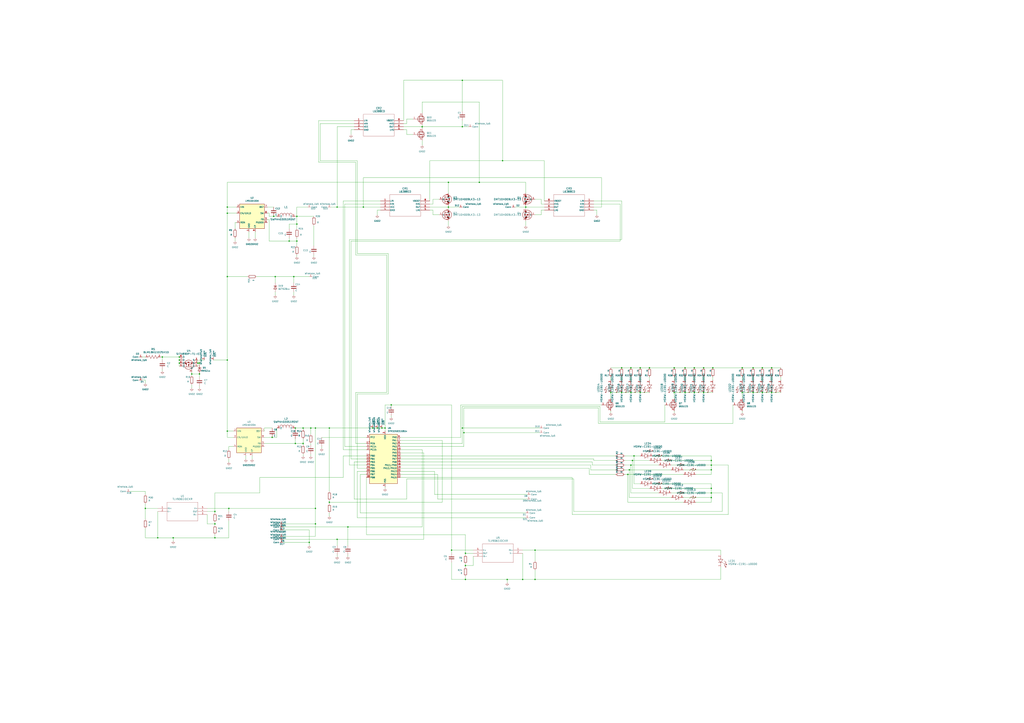
<source format=kicad_sch>
(kicad_sch (version 20230121) (generator eeschema)
  (paper "A1")
  (junction (at 142.24 441.96))
  (junction (at 518.16 302.26))
  (junction (at 431.8 170.18))
  (junction (at 525.78 302.26))
  (junction (at 237.49 198.12))
  (junction (at 393.7 149.86))
  (junction (at 259.08 351.79))
  (junction (at 577.85 322.58))
  (junction (at 243.84 177.8))
  (junction (at 633.73 302.26))
  (junction (at 298.45 170.18))
  (junction (at 379.73 66.04))
  (junction (at 163.83 307.34))
  (junction (at 584.2 378.46))
  (junction (at 259.08 417.83))
  (junction (at 368.3 170.18))
  (junction (at 243.84 184.15))
  (junction (at 429.26 476.25))
  (junction (at 562.61 302.26))
  (junction (at 242.57 351.79))
  (junction (at 518.16 322.58))
  (junction (at 633.73 322.58))
  (junction (at 306.07 351.79))
  (junction (at 618.49 302.26))
  (junction (at 119.38 417.83))
  (junction (at 255.27 351.79))
  (junction (at 515.62 389.89))
  (junction (at 186.69 227.33))
  (junction (at 553.72 322.58))
  (junction (at 510.54 302.26))
  (junction (at 187.96 417.83))
  (junction (at 626.11 322.58))
  (junction (at 176.53 430.53))
  (junction (at 186.69 354.33))
  (junction (at 313.69 351.79))
  (junction (at 270.51 412.75))
  (junction (at 382.27 454.66))
  (junction (at 609.6 322.58))
  (junction (at 346.71 104.14))
  (junction (at 525.78 322.58))
  (junction (at 242.57 364.49))
  (junction (at 276.86 443.23))
  (junction (at 412.75 132.08))
  (junction (at 186.69 295.91))
  (junction (at 379.73 351.79))
  (junction (at 501.65 322.58))
  (junction (at 626.11 302.26))
  (junction (at 516.89 386.08))
  (junction (at 518.16 382.27))
  (junction (at 147.32 295.91))
  (junction (at 243.84 198.12))
  (junction (at 585.47 302.26))
  (junction (at 157.48 307.34))
  (junction (at 562.61 322.58))
  (junction (at 176.53 441.96))
  (junction (at 129.54 441.96))
  (junction (at 368.3 149.86))
  (junction (at 270.51 351.79))
  (junction (at 533.4 302.26))
  (junction (at 439.42 476.25))
  (junction (at 248.92 351.79))
  (junction (at 259.08 430.53))
  (junction (at 309.88 351.79))
  (junction (at 382.27 476.25))
  (junction (at 520.7 374.65))
  (junction (at 226.06 227.33))
  (junction (at 519.43 378.46))
  (junction (at 186.69 175.26))
  (junction (at 285.75 433.07))
  (junction (at 162.56 298.45))
  (junction (at 584.2 405.13))
  (junction (at 510.54 322.58))
  (junction (at 370.84 452.12))
  (junction (at 570.23 302.26))
  (junction (at 254 445.77))
  (junction (at 416.56 476.25))
  (junction (at 570.23 322.58))
  (junction (at 224.79 177.8))
  (junction (at 553.72 302.26))
  (junction (at 176.53 420.37))
  (junction (at 223.52 359.41))
  (junction (at 241.3 227.33))
  (junction (at 584.2 401.32))
  (junction (at 186.69 170.18))
  (junction (at 584.2 408.94))
  (junction (at 276.86 170.18))
  (junction (at 147.32 298.45))
  (junction (at 163.83 298.45))
  (junction (at 133.35 293.37))
  (junction (at 609.6 302.26))
  (junction (at 248.92 364.49))
  (junction (at 382.27 464.82))
  (junction (at 618.49 322.58))
  (junction (at 439.42 452.12))
  (junction (at 379.73 104.14))
  (junction (at 577.85 302.26))
  (junction (at 147.32 293.37))
  (junction (at 584.2 382.27))
  (junction (at 316.23 351.79))
  (junction (at 381 355.6))
  (junction (at 584.2 386.08))
  (junction (at 321.31 332.74))
  (wire (pts (xy 259.08 351.79) (xy 259.08 417.83)))
  (wire (pts (xy 525.78 322.58) (xy 533.4 322.58)))
  (wire (pts (xy 142.24 441.96) (xy 129.54 441.96)))
  (wire (pts (xy 318.77 208.28) (xy 293.37 208.28)))
  (wire (pts (xy 281.94 374.65) (xy 300.99 374.65)))
  (wire (pts (xy 471.17 420.37) (xy 593.09 420.37)))
  (wire (pts (xy 276.86 455.93) (xy 276.86 457.2)))
  (wire (pts (xy 176.53 421.64) (xy 176.53 420.37)))
  (wire (pts (xy 316.23 332.74) (xy 316.23 351.79)))
  (wire (pts (xy 382.27 473.71) (xy 382.27 476.25)))
  (wire (pts (xy 381 355.6) (xy 443.23 355.6)))
  (wire (pts (xy 381 335.28) (xy 381 355.6)))
  (wire (pts (xy 300.99 379.73) (xy 290.83 379.73)))
  (wire (pts (xy 328.93 367.03) (xy 381 367.03)))
  (wire (pts (xy 300.99 382.27) (xy 287.02 382.27)))
  (wire (pts (xy 217.17 359.41) (xy 223.52 359.41)))
  (wire (pts (xy 243.84 195.58) (xy 243.84 198.12)))
  (wire (pts (xy 276.86 443.23) (xy 347.98 443.23)))
  (wire (pts (xy 328.93 374.65) (xy 505.46 374.65)))
  (wire (pts (xy 393.7 83.82) (xy 393.7 149.86)))
  (wire (pts (xy 227.33 359.41) (xy 223.52 359.41)))
  (wire (pts (xy 331.47 106.68) (xy 334.01 106.68)))
  (wire (pts (xy 601.98 347.98) (xy 491.49 347.98)))
  (wire (pts (xy 393.7 149.86) (xy 431.8 149.86)))
  (wire (pts (xy 224.79 177.8) (xy 227.33 177.8)))
  (wire (pts (xy 328.93 392.43) (xy 469.9 392.43)))
  (wire (pts (xy 176.53 430.53) (xy 176.53 431.8)))
  (wire (pts (xy 379.73 66.04) (xy 379.73 91.44)))
  (wire (pts (xy 334.01 410.21) (xy 334.01 393.7)))
  (wire (pts (xy 447.04 132.08) (xy 447.04 165.1)))
  (wire (pts (xy 119.38 417.83) (xy 129.54 417.83)))
  (wire (pts (xy 285.75 455.93) (xy 285.75 457.2)))
  (wire (pts (xy 241.3 240.03) (xy 241.3 242.57)))
  (wire (pts (xy 293.37 208.28) (xy 293.37 132.08)))
  (wire (pts (xy 116.84 293.37) (xy 119.38 293.37)))
  (wire (pts (xy 309.88 351.79) (xy 313.69 351.79)))
  (wire (pts (xy 276.86 170.18) (xy 298.45 170.18)))
  (wire (pts (xy 295.91 421.64) (xy 431.8 421.64)))
  (wire (pts (xy 626.11 302.26) (xy 633.73 302.26)))
  (wire (pts (xy 187.96 417.83) (xy 187.96 420.37)))
  (wire (pts (xy 513.08 382.27) (xy 518.16 382.27)))
  (wire (pts (xy 355.6 167.64) (xy 353.06 167.64)))
  (wire (pts (xy 270.51 351.79) (xy 270.51 403.86)))
  (wire (pts (xy 519.43 378.46) (xy 533.4 378.46)))
  (wire (pts (xy 186.69 354.33) (xy 191.77 354.33)))
  (wire (pts (xy 328.93 377.19) (xy 487.68 377.19)))
  (wire (pts (xy 317.5 209.55) (xy 292.1 209.55)))
  (wire (pts (xy 346.71 104.14) (xy 346.71 105.41)))
  (wire (pts (xy 300.99 369.57) (xy 281.94 369.57)))
  (wire (pts (xy 129.54 420.37) (xy 129.54 441.96)))
  (wire (pts (xy 370.84 462.28) (xy 370.84 476.25)))
  (wire (pts (xy 306.07 351.79) (xy 309.88 351.79)))
  (wire (pts (xy 543.56 401.32) (xy 584.2 401.32)))
  (wire (pts (xy 300.99 377.19) (xy 288.29 377.19)))
  (wire (pts (xy 328.93 364.49) (xy 379.73 364.49)))
  (wire (pts (xy 293.37 132.08) (xy 262.89 132.08)))
  (wire (pts (xy 331.47 99.06) (xy 331.47 66.04)))
  (wire (pts (xy 132.08 293.37) (xy 133.35 293.37)))
  (wire (pts (xy 388.62 457.2) (xy 388.62 464.82)))
  (wire (pts (xy 204.47 190.5) (xy 204.47 195.58)))
  (wire (pts (xy 288.29 106.68) (xy 288.29 110.49)))
  (wire (pts (xy 368.3 170.18) (xy 377.19 170.18)))
  (wire (pts (xy 292.1 364.49) (xy 300.99 364.49)))
  (wire (pts (xy 577.85 309.88) (xy 577.85 312.42)))
  (wire (pts (xy 187.96 441.96) (xy 176.53 441.96)))
  (wire (pts (xy 259.08 430.53) (xy 259.08 440.69)))
  (wire (pts (xy 186.69 354.33) (xy 186.69 359.41)))
  (wire (pts (xy 193.04 195.58) (xy 193.04 198.12)))
  (wire (pts (xy 591.82 452.12) (xy 439.42 452.12)))
  (wire (pts (xy 609.6 302.26) (xy 618.49 302.26)))
  (wire (pts (xy 491.49 347.98) (xy 491.49 335.28)))
  (wire (pts (xy 509.27 198.12) (xy 509.27 167.64)))
  (wire (pts (xy 626.11 309.88) (xy 626.11 312.42)))
  (wire (pts (xy 416.56 476.25) (xy 416.56 478.79)))
  (wire (pts (xy 176.53 439.42) (xy 176.53 441.96)))
  (wire (pts (xy 293.37 323.85) (xy 318.77 323.85)))
  (wire (pts (xy 106.68 403.86) (xy 119.38 403.86)))
  (wire (pts (xy 262.89 101.6) (xy 290.83 101.6)))
  (wire (pts (xy 281.94 165.1) (xy 281.94 369.57)))
  (wire (pts (xy 598.17 422.91) (xy 598.17 382.27)))
  (wire (pts (xy 290.83 410.21) (xy 334.01 410.21)))
  (wire (pts (xy 439.42 476.25) (xy 429.26 476.25)))
  (wire (pts (xy 485.14 386.08) (xy 485.14 382.27)))
  (wire (pts (xy 591.82 466.09) (xy 591.82 476.25)))
  (wire (pts (xy 429.26 454.66) (xy 429.26 476.25)))
  (wire (pts (xy 313.69 351.79) (xy 316.23 351.79)))
  (wire (pts (xy 439.42 468.63) (xy 439.42 476.25)))
  (wire (pts (xy 355.6 176.53) (xy 360.68 176.53)))
  (wire (pts (xy 254 435.61) (xy 254 445.77)))
  (wire (pts (xy 237.49 195.58) (xy 237.49 198.12)))
  (wire (pts (xy 356.87 406.4) (xy 433.07 406.4)))
  (wire (pts (xy 546.1 332.74) (xy 546.1 346.71)))
  (wire (pts (xy 520.7 374.65) (xy 520.7 397.51)))
  (wire (pts (xy 491.49 335.28) (xy 381 335.28)))
  (wire (pts (xy 119.38 403.86) (xy 119.38 406.4)))
  (wire (pts (xy 309.88 172.72) (xy 309.88 176.53)))
  (wire (pts (xy 412.75 132.08) (xy 447.04 132.08)))
  (wire (pts (xy 243.84 184.15) (xy 243.84 177.8)))
  (wire (pts (xy 259.08 351.79) (xy 270.51 351.79)))
  (wire (pts (xy 293.37 425.45) (xy 431.8 425.45)))
  (wire (pts (xy 242.57 360.68) (xy 242.57 364.49)))
  (wire (pts (xy 516.89 408.94) (xy 551.18 408.94)))
  (wire (pts (xy 209.55 190.5) (xy 209.55 195.58)))
  (wire (pts (xy 355.6 176.53) (xy 355.6 172.72)))
  (wire (pts (xy 254 445.77) (xy 254 448.31)))
  (wire (pts (xy 382.27 439.42) (xy 300.99 439.42)))
  (wire (pts (xy 285.75 433.07) (xy 346.71 433.07)))
  (wire (pts (xy 471.17 393.7) (xy 471.17 420.37)))
  (wire (pts (xy 601.98 332.74) (xy 601.98 347.98)))
  (wire (pts (xy 577.85 302.26) (xy 585.47 302.26)))
  (wire (pts (xy 220.98 180.34) (xy 219.71 180.34)))
  (wire (pts (xy 518.16 382.27) (xy 518.16 405.13)))
  (wire (pts (xy 490.22 172.72) (xy 490.22 176.53)))
  (wire (pts (xy 186.69 149.86) (xy 368.3 149.86)))
  (wire (pts (xy 293.37 425.45) (xy 293.37 387.35)))
  (wire (pts (xy 242.57 177.8) (xy 243.84 177.8)))
  (wire (pts (xy 157.48 307.34) (xy 163.83 307.34)))
  (wire (pts (xy 546.1 346.71) (xy 492.76 346.71)))
  (wire (pts (xy 187.96 367.03) (xy 187.96 369.57)))
  (wire (pts (xy 170.18 422.91) (xy 170.18 430.53)))
  (wire (pts (xy 469.9 422.91) (xy 598.17 422.91)))
  (wire (pts (xy 255.27 373.38) (xy 255.27 374.65)))
  (wire (pts (xy 487.68 167.64) (xy 509.27 167.64)))
  (wire (pts (xy 226.06 227.33) (xy 241.3 227.33)))
  (wire (pts (xy 241.3 227.33) (xy 254 227.33)))
  (wire (pts (xy 170.18 417.83) (xy 187.96 417.83)))
  (wire (pts (xy 533.4 309.88) (xy 533.4 312.42)))
  (wire (pts (xy 257.81 185.42) (xy 257.81 201.93)))
  (wire (pts (xy 487.68 378.46) (xy 505.46 378.46)))
  (wire (pts (xy 207.01 374.65) (xy 207.01 377.19)))
  (wire (pts (xy 347.98 372.11) (xy 347.98 443.23)))
  (wire (pts (xy 388.62 452.12) (xy 370.84 452.12)))
  (wire (pts (xy 533.4 302.26) (xy 553.72 302.26)))
  (wire (pts (xy 220.98 180.34) (xy 220.98 198.12)))
  (wire (pts (xy 520.7 374.65) (xy 525.78 374.65)))
  (wire (pts (xy 584.2 374.65) (xy 584.2 378.46)))
  (wire (pts (xy 255.27 364.49) (xy 255.27 365.76)))
  (wire (pts (xy 584.2 408.94) (xy 584.2 412.75)))
  (wire (pts (xy 237.49 184.15) (xy 243.84 184.15)))
  (wire (pts (xy 163.83 307.34) (xy 163.83 309.88)))
  (wire (pts (xy 187.96 377.19) (xy 187.96 379.73)))
  (wire (pts (xy 321.31 334.01) (xy 321.31 332.74)))
  (wire (pts (xy 334.01 101.6) (xy 331.47 101.6)))
  (wire (pts (xy 553.72 309.88) (xy 553.72 312.42)))
  (wire (pts (xy 505.46 386.08) (xy 485.14 386.08)))
  (wire (pts (xy 501.65 337.82) (xy 501.65 339.09)))
  (wire (pts (xy 317.5 209.55) (xy 317.5 322.58)))
  (wire (pts (xy 176.53 430.53) (xy 176.53 429.26)))
  (wire (pts (xy 370.84 332.74) (xy 321.31 332.74)))
  (wire (pts (xy 447.04 172.72) (xy 444.5 172.72)))
  (wire (pts (xy 288.29 198.12) (xy 509.27 198.12)))
  (wire (pts (xy 553.72 337.82) (xy 553.72 339.09)))
  (wire (pts (xy 194.31 175.26) (xy 186.69 175.26)))
  (wire (pts (xy 346.71 104.14) (xy 379.73 104.14)))
  (wire (pts (xy 264.16 359.41) (xy 300.99 359.41)))
  (wire (pts (xy 187.96 417.83) (xy 259.08 417.83)))
  (wire (pts (xy 593.09 420.37) (xy 593.09 405.13)))
  (wire (pts (xy 368.3 149.86) (xy 368.3 158.75)))
  (wire (pts (xy 321.31 341.63) (xy 321.31 342.9)))
  (wire (pts (xy 232.41 435.61) (xy 254 435.61)))
  (wire (pts (xy 516.89 386.08) (xy 551.18 386.08)))
  (wire (pts (xy 257.81 177.8) (xy 243.84 177.8)))
  (wire (pts (xy 486.41 382.27) (xy 486.41 379.73)))
  (wire (pts (xy 379.73 364.49) (xy 379.73 351.79)))
  (wire (pts (xy 259.08 440.69) (xy 232.41 440.69)))
  (wire (pts (xy 176.53 441.96) (xy 142.24 441.96)))
  (wire (pts (xy 119.38 426.72) (xy 119.38 417.83)))
  (wire (pts (xy 641.35 309.88) (xy 641.35 312.42)))
  (wire (pts (xy 248.92 351.79) (xy 242.57 351.79)))
  (wire (pts (xy 292.1 209.55) (xy 292.1 133.35)))
  (wire (pts (xy 515.62 389.89) (xy 561.34 389.89)))
  (wire (pts (xy 290.83 379.73) (xy 290.83 410.21)))
  (wire (pts (xy 379.73 66.04) (xy 412.75 66.04)))
  (wire (pts (xy 142.24 441.96) (xy 142.24 444.5)))
  (wire (pts (xy 257.81 209.55) (xy 257.81 210.82)))
  (wire (pts (xy 290.83 106.68) (xy 288.29 106.68)))
  (wire (pts (xy 584.2 401.32) (xy 584.2 405.13)))
  (wire (pts (xy 485.14 382.27) (xy 328.93 382.27)))
  (wire (pts (xy 431.8 170.18) (xy 422.91 170.18)))
  (wire (pts (xy 626.11 322.58) (xy 633.73 322.58)))
  (wire (pts (xy 591.82 455.93) (xy 591.82 452.12)))
  (wire (pts (xy 412.75 66.04) (xy 412.75 132.08)))
  (wire (pts (xy 248.92 360.68) (xy 248.92 364.49)))
  (wire (pts (xy 157.48 307.34) (xy 157.48 308.61)))
  (wire (pts (xy 176.53 405.13) (xy 213.36 405.13)))
  (wire (pts (xy 119.38 312.42) (xy 119.38 314.96)))
  (wire (pts (xy 186.69 170.18) (xy 186.69 175.26)))
  (wire (pts (xy 353.06 172.72) (xy 355.6 172.72)))
  (wire (pts (xy 516.89 386.08) (xy 516.89 408.94)))
  (wire (pts (xy 356.87 406.4) (xy 356.87 387.35)))
  (wire (pts (xy 379.73 104.14) (xy 384.81 104.14)))
  (wire (pts (xy 513.08 374.65) (xy 520.7 374.65)))
  (wire (pts (xy 346.71 83.82) (xy 346.71 92.71)))
  (wire (pts (xy 487.68 170.18) (xy 494.03 170.18)))
  (wire (pts (xy 494.03 146.05) (xy 298.45 146.05)))
  (wire (pts (xy 444.5 163.83) (xy 444.5 167.64)))
  (wire (pts (xy 368.3 168.91) (xy 368.3 170.18)))
  (wire (pts (xy 518.16 309.88) (xy 518.16 312.42)))
  (wire (pts (xy 147.32 298.45) (xy 147.32 300.99)))
  (wire (pts (xy 186.69 170.18) (xy 194.31 170.18)))
  (wire (pts (xy 220.98 177.8) (xy 224.79 177.8)))
  (wire (pts (xy 292.1 322.58) (xy 292.1 364.49)))
  (wire (pts (xy 312.42 172.72) (xy 309.88 172.72)))
  (wire (pts (xy 328.93 387.35) (xy 356.87 387.35)))
  (wire (pts (xy 561.34 386.08) (xy 584.2 386.08)))
  (wire (pts (xy 339.09 97.79) (xy 334.01 97.79)))
  (wire (pts (xy 237.49 187.96) (xy 237.49 184.15)))
  (wire (pts (xy 591.82 476.25) (xy 439.42 476.25)))
  (wire (pts (xy 242.57 364.49) (xy 248.92 364.49)))
  (wire (pts (xy 379.73 334.01) (xy 379.73 351.79)))
  (wire (pts (xy 287.02 382.27) (xy 287.02 196.85)))
  (wire (pts (xy 439.42 461.01) (xy 439.42 452.12)))
  (wire (pts (xy 382.27 439.42) (xy 382.27 454.66)))
  (wire (pts (xy 618.49 309.88) (xy 618.49 312.42)))
  (wire (pts (xy 431.8 170.18) (xy 431.8 171.45)))
  (wire (pts (xy 170.18 430.53) (xy 176.53 430.53)))
  (wire (pts (xy 243.84 209.55) (xy 243.84 210.82)))
  (wire (pts (xy 585.47 302.26) (xy 609.6 302.26)))
  (wire (pts (xy 494.03 170.18) (xy 494.03 146.05)))
  (wire (pts (xy 551.18 382.27) (xy 584.2 382.27)))
  (wire (pts (xy 300.99 384.81) (xy 293.37 384.81)))
  (wire (pts (xy 515.62 412.75) (xy 561.34 412.75)))
  (wire (pts (xy 570.23 302.26) (xy 577.85 302.26)))
  (wire (pts (xy 382.27 464.82) (xy 382.27 466.09)))
  (wire (pts (xy 570.23 309.88) (xy 570.23 312.42)))
  (wire (pts (xy 363.22 412.75) (xy 270.51 412.75)))
  (wire (pts (xy 316.23 400.05) (xy 316.23 401.32)))
  (wire (pts (xy 553.72 302.26) (xy 562.61 302.26)))
  (wire (pts (xy 217.17 364.49) (xy 242.57 364.49)))
  (wire (pts (xy 217.17 351.79) (xy 217.17 354.33)))
  (wire (pts (xy 618.49 322.58) (xy 626.11 322.58)))
  (wire (pts (xy 355.6 163.83) (xy 355.6 167.64)))
  (wire (pts (xy 334.01 110.49) (xy 334.01 106.68)))
  (wire (pts (xy 359.41 410.21) (xy 359.41 389.89)))
  (wire (pts (xy 439.42 452.12) (xy 429.26 452.12)))
  (wire (pts (xy 328.93 389.89) (xy 359.41 389.89)))
  (wire (pts (xy 444.5 167.64) (xy 447.04 167.64)))
  (wire (pts (xy 353.06 132.08) (xy 412.75 132.08)))
  (wire (pts (xy 270.51 412.75) (xy 270.51 414.02)))
  (wire (pts (xy 331.47 104.14) (xy 346.71 104.14)))
  (wire (pts (xy 163.83 298.45) (xy 162.56 298.45)))
  (wire (pts (xy 147.32 293.37) (xy 147.32 295.91)))
  (wire (pts (xy 379.73 99.06) (xy 379.73 104.14)))
  (wire (pts (xy 510.54 302.26) (xy 518.16 302.26)))
  (wire (pts (xy 501.65 302.26) (xy 510.54 302.26)))
  (wire (pts (xy 242.57 351.79) (xy 242.57 353.06)))
  (wire (pts (xy 416.56 476.25) (xy 429.26 476.25)))
  (wire (pts (xy 321.31 332.74) (xy 316.23 332.74)))
  (wire (pts (xy 520.7 397.51) (xy 525.78 397.51)))
  (wire (pts (xy 359.41 410.21) (xy 433.07 410.21)))
  (wire (pts (xy 293.37 384.81) (xy 293.37 323.85)))
  (wire (pts (xy 270.51 411.48) (xy 270.51 412.75)))
  (wire (pts (xy 162.56 295.91) (xy 162.56 298.45)))
  (wire (pts (xy 276.86 443.23) (xy 276.86 448.31)))
  (wire (pts (xy 295.91 421.64) (xy 295.91 389.89)))
  (wire (pts (xy 220.98 175.26) (xy 220.98 177.8)))
  (wire (pts (xy 346.71 369.57) (xy 346.71 433.07)))
  (wire (pts (xy 483.87 384.81) (xy 328.93 384.81)))
  (wire (pts (xy 562.61 302.26) (xy 570.23 302.26)))
  (wire (pts (xy 283.21 167.64) (xy 283.21 367.03)))
  (wire (pts (xy 298.45 146.05) (xy 298.45 170.18)))
  (wire (pts (xy 562.61 322.58) (xy 570.23 322.58)))
  (wire (pts (xy 213.36 392.43) (xy 281.94 392.43)))
  (wire (pts (xy 254 445.77) (xy 232.41 445.77)))
  (wire (pts (xy 525.78 309.88) (xy 525.78 312.42)))
  (wire (pts (xy 271.78 170.18) (xy 276.86 170.18)))
  (wire (pts (xy 133.35 303.53) (xy 133.35 304.8)))
  (wire (pts (xy 248.92 353.06) (xy 248.92 351.79)))
  (wire (pts (xy 157.48 316.23) (xy 157.48 318.77)))
  (wire (pts (xy 328.93 372.11) (xy 347.98 372.11)))
  (wire (pts (xy 577.85 322.58) (xy 585.47 322.58)))
  (wire (pts (xy 487.68 378.46) (xy 487.68 377.19)))
  (wire (pts (xy 505.46 389.89) (xy 483.87 389.89)))
  (wire (pts (xy 378.46 359.41) (xy 328.93 359.41)))
  (wire (pts (xy 163.83 299.72) (xy 163.83 298.45)))
  (wire (pts (xy 317.5 322.58) (xy 292.1 322.58)))
  (wire (pts (xy 368.3 170.18) (xy 368.3 171.45)))
  (wire (pts (xy 243.84 177.8) (xy 243.84 170.18)))
  (wire (pts (xy 561.34 408.94) (xy 584.2 408.94)))
  (wire (pts (xy 584.2 378.46) (xy 584.2 382.27)))
  (wire (pts (xy 505.46 382.27) (xy 486.41 382.27)))
  (wire (pts (xy 133.35 293.37) (xy 147.32 293.37)))
  (wire (pts (xy 633.73 302.26) (xy 641.35 302.26)))
  (wire (pts (xy 346.71 115.57) (xy 346.71 119.38)))
  (wire (pts (xy 633.73 322.58) (xy 641.35 322.58)))
  (wire (pts (xy 501.65 322.58) (xy 510.54 322.58)))
  (wire (pts (xy 255.27 351.79) (xy 259.08 351.79)))
  (wire (pts (xy 264.16 367.03) (xy 264.16 368.3)))
  (wire (pts (xy 492.76 334.01) (xy 379.73 334.01)))
  (wire (pts (xy 292.1 133.35) (xy 261.62 133.35)))
  (wire (pts (xy 439.42 163.83) (xy 444.5 163.83)))
  (wire (pts (xy 513.08 378.46) (xy 519.43 378.46)))
  (wire (pts (xy 293.37 387.35) (xy 300.99 387.35)))
  (wire (pts (xy 494.03 332.74) (xy 378.46 332.74)))
  (wire (pts (xy 175.26 295.91) (xy 186.69 295.91)))
  (wire (pts (xy 382.27 464.82) (xy 382.27 463.55)))
  (wire (pts (xy 346.71 102.87) (xy 346.71 104.14)))
  (wire (pts (xy 370.84 476.25) (xy 382.27 476.25)))
  (wire (pts (xy 187.96 427.99) (xy 187.96 441.96)))
  (wire (pts (xy 227.33 351.79) (xy 227.33 359.41)))
  (wire (pts (xy 226.06 240.03) (xy 226.06 242.57)))
  (wire (pts (xy 518.16 382.27) (xy 541.02 382.27)))
  (wire (pts (xy 363.22 361.95) (xy 363.22 412.75)))
  (wire (pts (xy 510.54 196.85) (xy 510.54 165.1)))
  (wire (pts (xy 510.54 165.1) (xy 487.68 165.1)))
  (wire (pts (xy 519.43 378.46) (xy 519.43 401.32)))
  (wire (pts (xy 191.77 359.41) (xy 186.69 359.41)))
  (wire (pts (xy 501.65 322.58) (xy 501.65 327.66)))
  (wire (pts (xy 609.6 309.88) (xy 609.6 312.42)))
  (wire (pts (xy 598.17 382.27) (xy 584.2 382.27)))
  (wire (pts (xy 219.71 175.26) (xy 220.98 175.26)))
  (wire (pts (xy 147.32 295.91) (xy 147.32 298.45)))
  (wire (pts (xy 388.62 454.66) (xy 382.27 454.66)))
  (wire (pts (xy 609.6 322.58) (xy 618.49 322.58)))
  (wire (pts (xy 519.43 401.32) (xy 533.4 401.32)))
  (wire (pts (xy 119.38 441.96) (xy 129.54 441.96)))
  (wire (pts (xy 283.21 367.03) (xy 300.99 367.03)))
  (wire (pts (xy 328.93 369.57) (xy 346.71 369.57)))
  (wire (pts (xy 224.79 170.18) (xy 219.71 170.18)))
  (wire (pts (xy 431.8 149.86) (xy 431.8 158.75)))
  (wire (pts (xy 226.06 227.33) (xy 226.06 232.41)))
  (wire (pts (xy 447.04 170.18) (xy 431.8 170.18)))
  (wire (pts (xy 186.69 227.33) (xy 203.2 227.33)))
  (wire (pts (xy 543.56 378.46) (xy 584.2 378.46)))
  (wire (pts (xy 618.49 302.26) (xy 626.11 302.26)))
  (wire (pts (xy 193.04 182.88) (xy 193.04 187.96)))
  (wire (pts (xy 270.51 421.64) (xy 270.51 424.18)))
  (wire (pts (xy 232.41 443.23) (xy 276.86 443.23)))
  (wire (pts (xy 551.18 405.13) (xy 584.2 405.13)))
  (wire (pts (xy 213.36 405.13) (xy 213.36 392.43)))
  (wire (pts (xy 525.78 302.26) (xy 533.4 302.26)))
  (wire (pts (xy 116.84 312.42) (xy 119.38 312.42)))
  (wire (pts (xy 633.73 309.88) (xy 633.73 312.42)))
  (wire (pts (xy 570.23 322.58) (xy 577.85 322.58)))
  (wire (pts (xy 276.86 104.14) (xy 290.83 104.14)))
  (wire (pts (xy 585.47 309.88) (xy 585.47 312.42)))
  (wire (pts (xy 431.8 181.61) (xy 431.8 185.42)))
  (wire (pts (xy 553.72 322.58) (xy 553.72 327.66)))
  (wire (pts (xy 328.93 361.95) (xy 363.22 361.95)))
  (wire (pts (xy 237.49 198.12) (xy 243.84 198.12)))
  (wire (pts (xy 535.94 397.51) (xy 584.2 397.51)))
  (wire (pts (xy 353.06 170.18) (xy 368.3 170.18)))
  (wire (pts (xy 584.2 412.75) (xy 571.5 412.75)))
  (wire (pts (xy 119.38 434.34) (xy 119.38 441.96)))
  (wire (pts (xy 201.93 374.65) (xy 201.93 377.19)))
  (wire (pts (xy 259.08 430.53) (xy 232.41 430.53)))
  (wire (pts (xy 186.69 295.91) (xy 186.69 227.33)))
  (wire (pts (xy 513.08 389.89) (xy 515.62 389.89)))
  (wire (pts (xy 210.82 227.33) (xy 226.06 227.33)))
  (wire (pts (xy 368.3 149.86) (xy 393.7 149.86)))
  (wire (pts (xy 287.02 196.85) (xy 510.54 196.85)))
  (wire (pts (xy 167.64 295.91) (xy 163.83 295.91)))
  (wire (pts (xy 312.42 165.1) (xy 281.94 165.1)))
  (wire (pts (xy 353.06 165.1) (xy 353.06 132.08)))
  (wire (pts (xy 243.84 170.18) (xy 252.73 170.18)))
  (wire (pts (xy 513.08 386.08) (xy 516.89 386.08)))
  (wire (pts (xy 469.9 392.43) (xy 469.9 422.91)))
  (wire (pts (xy 609.6 322.58) (xy 609.6 327.66)))
  (wire (pts (xy 133.35 293.37) (xy 133.35 295.91)))
  (wire (pts (xy 378.46 332.74) (xy 378.46 359.41)))
  (wire (pts (xy 518.16 405.13) (xy 541.02 405.13)))
  (wire (pts (xy 584.2 405.13) (xy 584.2 408.94)))
  (wire (pts (xy 223.52 351.79) (xy 217.17 351.79)))
  (wire (pts (xy 515.62 389.89) (xy 515.62 412.75)))
  (wire (pts (xy 593.09 405.13) (xy 584.2 405.13)))
  (wire (pts (xy 510.54 309.88) (xy 510.54 312.42)))
  (wire (pts (xy 283.21 167.64) (xy 312.42 167.64)))
  (wire (pts (xy 382.27 476.25) (xy 416.56 476.25)))
  (wire (pts (xy 220.98 198.12) (xy 237.49 198.12)))
  (wire (pts (xy 334.01 110.49) (xy 339.09 110.49)))
  (wire (pts (xy 584.2 382.27) (xy 584.2 386.08)))
  (wire (pts (xy 186.69 227.33) (xy 186.69 175.26)))
  (wire (pts (xy 483.87 389.89) (xy 483.87 384.81)))
  (wire (pts (xy 379.73 351.79) (xy 443.23 351.79)))
  (wire (pts (xy 360.68 163.83) (xy 355.6 163.83)))
  (wire (pts (xy 285.75 433.07) (xy 285.75 448.31)))
  (wire (pts (xy 298.45 170.18) (xy 312.42 170.18)))
  (wire (pts (xy 276.86 104.14) (xy 276.86 170.18)))
  (wire (pts (xy 486.41 379.73) (xy 328.93 379.73)))
  (wire (pts (xy 553.72 322.58) (xy 562.61 322.58)))
  (wire (pts (xy 584.2 389.89) (xy 571.5 389.89)))
  (wire (pts (xy 255.27 351.79) (xy 255.27 356.87)))
  (wire (pts (xy 262.89 132.08) (xy 262.89 101.6)))
  (wire (pts (xy 535.94 374.65) (xy 584.2 374.65)))
  (wire (pts (xy 381 367.03) (xy 381 355.6)))
  (wire (pts (xy 368.3 181.61) (xy 368.3 185.42)))
  (wire (pts (xy 382.27 455.93) (xy 382.27 454.66)))
  (wire (pts (xy 243.84 187.96) (xy 243.84 184.15)))
  (wire (pts (xy 191.77 367.03) (xy 187.96 367.03)))
  (wire (pts (xy 388.62 464.82) (xy 382.27 464.82)))
  (wire (pts (xy 300.99 439.42) (xy 300.99 392.43)))
  (wire (pts (xy 370.84 452.12) (xy 370.84 332.74)))
  (wire (pts (xy 163.83 317.5) (xy 163.83 318.77)))
  (wire (pts (xy 162.56 298.45) (xy 162.56 300.99)))
  (wire (pts (xy 261.62 99.06) (xy 290.83 99.06)))
  (wire (pts (xy 518.16 322.58) (xy 525.78 322.58)))
  (wire (pts (xy 370.84 452.12) (xy 370.84 454.66)))
  (wire (pts (xy 232.41 433.07) (xy 285.75 433.07)))
  (wire (pts (xy 501.65 309.88) (xy 501.65 312.42)))
  (wire (pts (xy 562.61 309.88) (xy 562.61 312.42)))
  (wire (pts (xy 281.94 392.43) (xy 281.94 374.65)))
  (wire (pts (xy 241.3 227.33) (xy 241.3 232.41)))
  (wire (pts (xy 261.62 133.35) (xy 261.62 99.06)))
  (wire (pts (xy 444.5 176.53) (xy 439.42 176.53)))
  (wire (pts (xy 176.53 405.13) (xy 176.53 420.37)))
  (wire (pts (xy 331.47 66.04) (xy 379.73 66.04)))
  (wire (pts (xy 318.77 323.85) (xy 318.77 208.28)))
  (wire (pts (xy 248.92 373.38) (xy 248.92 374.65)))
  (wire (pts (xy 186.69 295.91) (xy 186.69 354.33)))
  (wire (pts (xy 487.68 172.72) (xy 490.22 172.72)))
  (wire (pts (xy 316.23 354.33) (xy 316.23 351.79)))
  (wire (pts (xy 157.48 306.07) (xy 157.48 307.34)))
  (wire (pts (xy 163.83 295.91) (xy 163.83 298.45)))
  (wire (pts (xy 186.69 170.18) (xy 186.69 149.86)))
  (wire (pts (xy 295.91 389.89) (xy 300.99 389.89)))
  (wire (pts (xy 584.2 397.51) (xy 584.2 401.32)))
  (wire (pts (xy 334.01 97.79) (xy 334.01 101.6)))
  (wire (pts (xy 334.01 393.7) (xy 471.17 393.7)))
  (wire (pts (xy 170.18 420.37) (xy 176.53 420.37)))
  (wire (pts (xy 584.2 386.08) (xy 584.2 389.89)))
  (wire (pts (xy 431.8 168.91) (xy 431.8 170.18)))
  (wire (pts (xy 288.29 377.19) (xy 288.29 198.12)))
  (wire (pts (xy 518.16 302.26) (xy 525.78 302.26)))
  (wire (pts (xy 259.08 417.83) (xy 259.08 430.53)))
  (wire (pts (xy 609.6 337.82) (xy 609.6 339.09)))
  (wire (pts (xy 270.51 351.79) (xy 306.07 351.79)))
  (wire (pts (xy 248.92 364.49) (xy 248.92 365.76)))
  (wire (pts (xy 510.54 322.58) (xy 518.16 322.58)))
  (wire (pts (xy 194.31 182.88) (xy 193.04 182.88)))
  (wire (pts (xy 248.92 351.79) (xy 255.27 351.79)))
  (wire (pts (xy 243.84 198.12) (xy 243.84 201.93)))
  (wire (pts (xy 346.71 83.82) (xy 393.7 83.82)))
  (wire (pts (xy 119.38 414.02) (xy 119.38 417.83)))
  (wire (pts (xy 444.5 176.53) (xy 444.5 172.72)))
  (wire (pts (xy 492.76 346.71) (xy 492.76 334.01)))
  (symbol (lib_id "Device:R") (at 382.27 469.9 0) (mirror x) (unit 1)
    (property "Reference" "R24" (at 379.73 468.63 0) (effects (justify right)))
    (property "Value" "R" (at 379.73 471.17 0) (effects (justify right)))
    (property "Footprint" "Resistor_SMD:R_0402_1005Metric_Pad0.72x0.64mm_HandSolder" (effects hide))
  )
  (symbol (lib_id "power:GND2") (at 133.35 304.8 0) (unit 1)
    (property "Reference" "#PWR02" (effects hide))
    (property "Value" "GND2" (at 133.35 309.88 0))
  )
  (symbol (lib_id "Connectors_for_Wire:WireHole_1p5") (at 106.68 403.86 180) (unit 1)
    (property "Reference" "D18" (at 107.95 405.13 0) (effects (justify left)))
    (property "Value" "WireHole_1p5" (at 109.22 400.05 0) (effects (justify left)))
    (property "Footprint" "Wire_holes:WireHole_1p2" (effects hide))
  )
  (symbol (lib_id "Device:R") (at 509.27 374.65 270) (unit 1)
    (property "Reference" "R2" (at 506.73 373.38 0) (effects (justify right)))
    (property "Value" "R" (at 510.54 373.38 0) (effects (justify right)))
    (property "Footprint" "Resistor_SMD:R_0402_1005Metric_Pad0.72x0.64mm_HandSolder" (effects hide))
  )
  (symbol (lib_id "Device:C") (at 276.86 452.12 0) (unit 1)
    (property "Reference" "C3" (at 273.05 449.58 0) (effects (justify left)))
    (property "Value" "C" (at 273.05 453.39 0) (effects (justify left)))
    (property "Footprint" "Capacitor_SMD:C_0805_2012Metric" (effects hide))
  )
  (symbol (lib_id "Device:R") (at 243.84 205.74 180) (unit 1)
    (property "Reference" "R23" (at 238.76 203.2 0) (effects (justify right)))
    (property "Value" "R" (at 240.03 207.01 0) (effects (justify right)))
    (property "Footprint" "Resistor_SMD:R_0402_1005Metric_Pad0.72x0.64mm_HandSolder" (effects hide))
  )
  (symbol (lib_id "HSMW-C191:HSMW-C191-U0000") (at 570.23 312.42 90) (mirror x) (unit 1)
    (property "Reference" "LED20" (at 560.07 318.77 0) (effects (font (size 1.524 1.524))))
    (property "Value" "HSMW-C191-U0000" (at 562.61 318.77 0) (effects (font (size 1.524 1.524))))
    (property "Footprint" "ul_HSMW-C191-U0000:LED_91-U0000" (effects hide))
    (property "Datasheet" "HSMW-C191-U0000" (effects hide))
  )
  (symbol (lib_id "Transistor_FET:BSS123") (at 551.18 332.74 0) (unit 1)
    (property "Reference" "Q7" (at 557.53 331.47 0) (effects (justify left)))
    (property "Value" "BSS123" (at 557.53 334.01 0) (effects (justify left)))
    (property "Footprint" "Package_TO_SOT_SMD:SOT-23" (effects hide))
    (property "Datasheet" "http://www.diodes.com/assets/Datasheets/ds30366.pdf" (effects hide))
  )
  (symbol (lib_id "Device:R") (at 509.27 378.46 270) (unit 1)
    (property "Reference" "R3" (at 506.73 377.19 0) (effects (justify right)))
    (property "Value" "R" (at 510.54 377.19 0) (effects (justify right)))
    (property "Footprint" "Resistor_SMD:R_0402_1005Metric_Pad0.72x0.64mm_HandSolder" (effects hide))
  )
  (symbol (lib_id "Transistor_FET:BSS123") (at 499.11 332.74 0) (unit 1)
    (property "Reference" "Q6" (at 505.46 331.47 0) (effects (justify left)))
    (property "Value" "BSS123" (at 505.46 334.01 0) (effects (justify left)))
    (property "Footprint" "Package_TO_SOT_SMD:SOT-23" (effects hide))
    (property "Datasheet" "http://www.diodes.com/assets/Datasheets/ds30366.pdf" (effects hide))
  )
  (symbol (lib_id "Connectors_for_Wire:WireHole_1p5") (at 175.26 295.91 90) (unit 1)
    (property "Reference" "D24" (at 176.53 293.37 0) (effects (justify left)))
    (property "Value" "WireHole_1p5" (at 172.72 299.72 0) (effects (justify left)))
    (property "Footprint" "Wire_holes:WireHole_1p2" (effects hide))
  )
  (symbol (lib_id "power:GND2") (at 276.86 457.2 0) (unit 1)
    (property "Reference" "#PWR022" (effects hide))
    (property "Value" "GND2" (at 276.86 462.28 0))
  )
  (symbol (lib_id "Connectors_for_Wire:WireHole_1p5") (at 443.23 355.6 0) (mirror x) (unit 1)
    (property "Reference" "D11" (at 439.42 354.33 0) (effects (justify left)))
    (property "Value" "WireHole_1p5" (at 443.23 358.14 0) (effects (justify left)))
    (property "Footprint" "Wire_holes:WireHole_1p2" (effects hide))
  )
  (symbol (lib_id "power:GND2") (at 368.3 185.42 0) (unit 1)
    (property "Reference" "#PWR015" (effects hide))
    (property "Value" "GND2" (at 368.3 190.5 0))
  )
  (symbol (lib_id "Connectors_for_Wire:WireHole_1p5") (at 116.84 312.42 180) (unit 1)
    (property "Reference" "D4" (at 118.11 313.69 0) (effects (justify left)))
    (property "Value" "WireHole_1p5" (at 120.65 309.88 0) (effects (justify left)))
    (property "Footprint" "Wire_holes:WireHole_1p2" (effects hide))
  )
  (symbol (lib_id "Device:R") (at 585.47 306.07 0) (unit 1)
    (property "Reference" "R25" (at 584.2 308.61 0) (effects (justify right)))
    (property "Value" "R" (at 584.2 304.8 0) (effects (justify right)))
    (property "Footprint" "Resistor_SMD:R_0402_1005Metric_Pad0.72x0.64mm_HandSolder" (effects hide))
  )
  (symbol (lib_id "HSMW-C191:HSMW-C191-U0000") (at 553.72 312.42 90) (mirror x) (unit 1)
    (property "Reference" "LED18" (at 543.56 318.77 0) (effects (font (size 1.524 1.524))))
    (property "Value" "HSMW-C191-U0000" (at 546.1 318.77 0) (effects (font (size 1.524 1.524))))
    (property "Footprint" "ul_HSMW-C191-U0000:LED_91-U0000" (effects hide))
    (property "Datasheet" "HSMW-C191-U0000" (effects hide))
  )
  (symbol (lib_id "power:GND2") (at 163.83 318.77 0) (unit 1)
    (property "Reference" "#PWR08" (effects hide))
    (property "Value" "GND2" (at 163.83 323.85 0))
  )
  (symbol (lib_id "power:GND2") (at 241.3 242.57 0) (unit 1)
    (property "Reference" "#PWR030" (effects hide))
    (property "Value" "GND2" (at 241.3 247.65 0))
  )
  (symbol (lib_id "Connectors_for_Wire:WireHole_1p5") (at 232.41 443.23 180) (unit 1)
    (property "Reference" "D6" (at 233.68 444.5 0) (effects (justify left)))
    (property "Value" "WireHole_1p5" (at 234.95 439.42 0) (effects (justify left)))
    (property "Footprint" "Wire_holes:WireHole_1p2" (effects hide))
  )
  (symbol (lib_id "Device:R") (at 562.61 306.07 0) (unit 1)
    (property "Reference" "R32" (at 561.34 308.61 0) (effects (justify right)))
    (property "Value" "R" (at 561.34 304.8 0) (effects (justify right)))
    (property "Footprint" "Resistor_SMD:R_0402_1005Metric_Pad0.72x0.64mm_HandSolder" (effects hide))
  )
  (symbol (lib_id "Device:R") (at 270.51 407.67 180) (unit 1)
    (property "Reference" "R18" (at 273.05 406.4 0) (effects (justify right)))
    (property "Value" "R" (at 273.05 408.94 0) (effects (justify right)))
    (property "Footprint" "Resistor_SMD:R_0402_1005Metric_Pad0.72x0.64mm_HandSolder" (effects hide))
  )
  (symbol (lib_id "Device:C") (at 255.27 369.57 0) (unit 1)
    (property "Reference" "C9" (at 251.46 367.03 0) (effects (justify left)))
    (property "Value" "C" (at 251.46 370.84 0) (effects (justify left)))
    (property "Footprint" "Capacitor_SMD:C_0805_2012Metric" (effects hide))
  )
  (symbol (lib_id "Device:R") (at 525.78 306.07 0) (unit 1)
    (property "Reference" "R27" (at 524.51 308.61 0) (effects (justify right)))
    (property "Value" "R" (at 524.51 304.8 0) (effects (justify right)))
    (property "Footprint" "Resistor_SMD:R_0402_1005Metric_Pad0.72x0.64mm_HandSolder" (effects hide))
  )
  (symbol (lib_id "power:GND2") (at 309.88 176.53 0) (unit 1)
    (property "Reference" "#PWR01" (effects hide))
    (property "Value" "GND2" (at 309.88 181.61 0))
  )
  (symbol (lib_id "Device:C") (at 321.31 337.82 0) (unit 1)
    (property "Reference" "C10" (at 317.5 335.28 0) (effects (justify left)))
    (property "Value" "C" (at 317.5 339.09 0) (effects (justify left)))
    (property "Footprint" "Capacitor_SMD:C_0603_1608Metric_Pad1.08x0.95mm_HandSolder" (effects hide))
  )
  (symbol (lib_id "BLM18KG102SH1D:BLM18KG102SH1D") (at 119.38 293.37 0) (unit 1)
    (property "Reference" "R5" (at 125.73 287.02 0) (effects (font (size 1.524 1.524))))
    (property "Value" "BLM18KG102SH1D" (at 128.27 289.56 0) (effects (font (size 1.524 1.524))))
    (property "Footprint" "ul_BLM18KG102SH1D:RES_0603_1P6XP8_MUR" (effects hide))
    (property "Datasheet" "BLM18KG102SH1D" (effects hide))
  )
  (symbol (lib_id "Device:C") (at 241.3 236.22 0) (unit 1)
    (property "Reference" "C14" (at 242.57 233.68 0) (effects (justify left)))
    (property "Value" "C" (at 242.57 238.76 0) (effects (justify left)))
    (property "Footprint" "Capacitor_SMD:C_0603_1608Metric_Pad1.08x0.95mm_HandSolder" (effects hide))
  )
  (symbol (lib_id "Device:R") (at 248.92 356.87 180) (unit 1)
    (property "Reference" "R14" (at 243.84 354.33 0) (effects (justify right)))
    (property "Value" "R" (at 245.11 358.14 0) (effects (justify right)))
    (property "Footprint" "Resistor_SMD:R_0402_1005Metric_Pad0.72x0.64mm_HandSolder" (effects hide))
  )
  (symbol (lib_id "power:GND2") (at 553.72 339.09 0) (unit 1)
    (property "Reference" "#PWR016" (effects hide))
    (property "Value" "GND2" (at 553.72 344.17 0))
  )
  (symbol (lib_id "HSMW-C191:HSMW-C191-U0000") (at 551.18 386.08 0) (unit 1)
    (property "Reference" "LED7" (at 557.53 375.92 0) (effects (font (size 1.524 1.524))))
    (property "Value" "HSMW-C191-U0000" (at 557.53 378.46 0) (effects (font (size 1.524 1.524))))
    (property "Footprint" "ul_HSMW-C191-U0000:LED_91-U0000" (effects hide))
    (property "Datasheet" "HSMW-C191-U0000" (effects hide))
  )
  (symbol (lib_id "power:GND2") (at 193.04 198.12 0) (unit 1)
    (property "Reference" "#PWR09" (effects hide))
    (property "Value" "GND2" (at 193.04 203.2 0))
  )
  (symbol (lib_id "Device:R") (at 618.49 306.07 0) (unit 1)
    (property "Reference" "R36" (at 617.22 308.61 0) (effects (justify right)))
    (property "Value" "R" (at 617.22 304.8 0) (effects (justify right)))
    (property "Footprint" "Resistor_SMD:R_0402_1005Metric_Pad0.72x0.64mm_HandSolder" (effects hide))
  )
  (symbol (lib_id "Device:R") (at 570.23 306.07 0) (unit 1)
    (property "Reference" "R33" (at 568.96 308.61 0) (effects (justify right)))
    (property "Value" "R" (at 568.96 304.8 0) (effects (justify right)))
    (property "Footprint" "Resistor_SMD:R_0402_1005Metric_Pad0.72x0.64mm_HandSolder" (effects hide))
  )
  (symbol (lib_id "power:GND2") (at 288.29 110.49 0) (unit 1)
    (property "Reference" "#PWR026" (effects hide))
    (property "Value" "GND2" (at 288.29 115.57 0))
  )
  (symbol (lib_id "HSMW-C191:HSMW-C191-U0000") (at 525.78 312.42 90) (mirror x) (unit 1)
    (property "Reference" "LED17" (at 515.62 318.77 0) (effects (font (size 1.524 1.524))))
    (property "Value" "HSMW-C191-U0000" (at 518.16 318.77 0) (effects (font (size 1.524 1.524))))
    (property "Footprint" "ul_HSMW-C191-U0000:LED_91-U0000" (effects hide))
    (property "Datasheet" "HSMW-C191-U0000" (effects hide))
  )
  (symbol (lib_id "power:GND2") (at 264.16 368.3 0) (unit 1)
    (property "Reference" "#PWR024" (effects hide))
    (property "Value" "GND2" (at 264.16 373.38 0))
  )
  (symbol (lib_id "HSMW-C191:HSMW-C191-U0000") (at 577.85 312.42 90) (mirror x) (unit 1)
    (property "Reference" "LED21" (at 567.69 318.77 0) (effects (font (size 1.524 1.524))))
    (property "Value" "HSMW-C191-U0000" (at 570.23 318.77 0) (effects (font (size 1.524 1.524))))
    (property "Footprint" "ul_HSMW-C191-U0000:LED_91-U0000" (effects hide))
    (property "Datasheet" "HSMW-C191-U0000" (effects hide))
  )
  (symbol (lib_id "Device:C") (at 257.81 205.74 0) (unit 1)
    (property "Reference" "C13" (at 248.92 205.74 0) (effects (justify left)))
    (property "Value" "C" (at 254 207.01 0) (effects (justify left)))
    (property "Footprint" "Capacitor_SMD:C_0805_2012Metric" (effects hide))
  )
  (symbol (lib_id "Device:R") (at 641.35 306.07 0) (unit 1)
    (property "Reference" "R26" (at 640.08 308.61 0) (effects (justify right)))
    (property "Value" "R" (at 640.08 304.8 0) (effects (justify right)))
    (property "Footprint" "Resistor_SMD:R_0402_1005Metric_Pad0.72x0.64mm_HandSolder" (effects hide))
  )
  (symbol (lib_id "Regulator_Switching:LM5164DDA") (at 204.47 361.95 0) (unit 1)
    (property "Reference" "U3" (at 204.47 346.71 0))
    (property "Value" "LM5164DDA" (at 204.47 349.25 0))
    (property "Footprint" "Package_SO:HSOP-8-1EP_3.9x4.9mm_P1.27mm_EP2.41x3.1mm_ThermalVias" (effects hide))
    (property "Datasheet" "https://www.ti.com/lit/ds/symlink/lm5164.pdf?ts=1598311864250&ref_url=https%253A%252F%252Fwww.ti.com%252Fproduct%252FLM5164%253FHQS%253DTI-null-null-octopart-df-pf-null-wwe" (effects hide))
  )
  (symbol (lib_id "Device:R") (at 187.96 373.38 180) (unit 1)
    (property "Reference" "R12" (at 182.88 370.84 0) (effects (justify right)))
    (property "Value" "R" (at 184.15 374.65 0) (effects (justify right)))
    (property "Footprint" "Resistor_SMD:R_0402_1005Metric_Pad0.72x0.64mm_HandSolder" (effects hide))
  )
  (symbol (lib_id "Device:R") (at 157.48 312.42 180) (unit 1)
    (property "Reference" "R10" (at 152.4 309.88 0) (effects (justify right)))
    (property "Value" "R" (at 153.67 313.69 0) (effects (justify right)))
    (property "Footprint" "Resistor_SMD:R_0402_1005Metric_Pad0.72x0.64mm_HandSolder" (effects hide))
  )
  (symbol (lib_id "power:GND2") (at 119.38 314.96 0) (unit 1)
    (property "Reference" "#PWR04" (effects hide))
    (property "Value" "GND2" (at 119.38 320.04 0))
  )
  (symbol (lib_id "DMT10H009LK3:DMT10H009LK3-13") (at 360.68 163.83 0) (unit 1)
    (property "Reference" "Q3" (at 372.11 162.56 0) (effects (font (size 1.524 1.524)) (justify left)))
    (property "Value" "DMT10H009LK3-13" (at 372.11 163.83 0) (effects (font (size 1.524 1.524)) (justify left)))
    (property "Footprint" "ul_DMT10H009LK3-13:QPMOS1G2S3D_TO252_DIO" (effects hide))
    (property "Datasheet" "DMT10H009LK3-13" (effects hide))
  )
  (symbol (lib_id "Device:R") (at 626.11 306.07 0) (unit 1)
    (property "Reference" "R37" (at 624.84 308.61 0) (effects (justify right)))
    (property "Value" "R" (at 624.84 304.8 0) (effects (justify right)))
    (property "Footprint" "Resistor_SMD:R_0402_1005Metric_Pad0.72x0.64mm_HandSolder" (effects hide))
  )
  (symbol (lib_id "HSMW-C191:HSMW-C191-U0000") (at 591.82 455.93 270) (unit 1)
    (property "Reference" "LED1" (at 598.17 461.01 90) (effects (font (size 1.524 1.524)) (justify left)))
    (property "Value" "HSMW-C191-U0000" (at 598.17 463.55 90) (effects (font (size 1.524 1.524)) (justify left)))
    (property "Footprint" "ul_HSMW-C191-U0000:LED_91-U0000" (effects hide))
    (property "Datasheet" "HSMW-C191-U0000" (effects hide))
  )
  (symbol (lib_id "SI7489DP:SI7489DP-T1-E3") (at 157.48 306.07 270) (mirror x) (unit 1)
    (property "Reference" "U4" (at 154.94 288.29 90) (effects (font (size 1.524 1.524))))
    (property "Value" "SI7489DP-T1-E3" (at 154.94 290.83 90) (effects (font (size 1.524 1.524))))
    (property "Footprint" "ul_SI7852DP-T1:POWERPAK_SO-8_SINGLE_VIS" (effects hide))
    (property "Datasheet" "SI7489DP-T1-E3" (effects hide))
  )
  (symbol (lib_id "ul_L6388ED:L6388ED") (at 290.83 99.06 0) (unit 1)
    (property "Reference" "CR2" (at 311.15 88.9 0) (effects (font (size 1.524 1.524))))
    (property "Value" "L6388ED" (at 311.15 91.44 0) (effects (font (size 1.524 1.524))))
    (property "Footprint" "ul_L6388ED:SO-8_STM" (effects hide))
    (property "Datasheet" "L6388ED" (effects hide))
  )
  (symbol (lib_id "Connectors_for_Wire:WireHole_1p5") (at 313.69 351.79 90) (unit 1)
    (property "Reference" "D28" (at 314.96 349.25 0) (effects (justify left)))
    (property "Value" "WireHole_1p5" (at 311.15 355.6 0) (effects (justify left)))
    (property "Footprint" "Wire_holes:WireHole_1p2" (effects hide))
  )
  (symbol (lib_id "SWPA4030S1R0NT:SWPA4030S1R0NT") (at 227.33 351.79 0) (unit 1)
    (property "Reference" "L2" (at 234.95 344.17 0) (effects (font (size 1.524 1.524))))
    (property "Value" "SWPA4030S1R0NT" (at 234.95 346.71 0) (effects (font (size 1.524 1.524))))
    (property "Footprint" "ul_VLS252012HBU-220M:IND_VLS252012_TDK" (effects hide))
    (property "Datasheet" "SWPA4030S1R0NT" (effects hide))
  )
  (symbol (lib_id "Device:R") (at 439.42 464.82 0) (mirror y) (unit 1)
    (property "Reference" "R4" (at 436.88 463.55 0) (effects (justify left)))
    (property "Value" "R" (at 436.88 466.09 0) (effects (justify left)))
    (property "Footprint" "Resistor_SMD:R_0402_1005Metric_Pad0.72x0.64mm_HandSolder" (effects hide))
  )
  (symbol (lib_id "Device:C") (at 379.73 95.25 0) (unit 1)
    (property "Reference" "C1" (at 375.92 92.71 0) (effects (justify left)))
    (property "Value" "C" (at 375.92 96.52 0) (effects (justify left)))
    (property "Footprint" "Capacitor_SMD:C_0805_2012Metric" (effects hide))
  )
  (symbol (lib_id "Device:R") (at 577.85 306.07 0) (unit 1)
    (property "Reference" "R34" (at 576.58 308.61 0) (effects (justify right)))
    (property "Value" "R" (at 576.58 304.8 0) (effects (justify right)))
    (property "Footprint" "Resistor_SMD:R_0402_1005Metric_Pad0.72x0.64mm_HandSolder" (effects hide))
  )
  (symbol (lib_name "BSS123_1") (lib_id "Transistor_FET:BSS123") (at 344.17 97.79 0) (unit 1)
    (property "Reference" "Q10" (at 350.52 96.52 0) (effects (justify left)))
    (property "Value" "BSS123" (at 350.52 99.06 0) (effects (justify left)))
    (property "Footprint" "Package_TO_SOT_SMD:SOT-23" (effects hide))
    (property "Datasheet" "http://www.diodes.com/assets/Datasheets/ds30366.pdf" (effects hide))
  )
  (symbol (lib_id "ul_L6388ED:L6388ED") (at 312.42 165.1 0) (unit 1)
    (property "Reference" "CR1" (at 332.74 154.94 0) (effects (font (size 1.524 1.524))))
    (property "Value" "L6388ED" (at 332.74 157.48 0) (effects (font (size 1.524 1.524))))
    (property "Footprint" "ul_L6388ED:SO-8_STM" (effects hide))
    (property "Datasheet" "L6388ED" (effects hide))
  )
  (symbol (lib_id "Device:R") (at 533.4 306.07 0) (unit 1)
    (property "Reference" "R1" (at 532.13 308.61 0) (effects (justify right)))
    (property "Value" "R" (at 532.13 304.8 0) (effects (justify right)))
    (property "Footprint" "Resistor_SMD:R_0402_1005Metric_Pad0.72x0.64mm_HandSolder" (effects hide))
  )
  (symbol (lib_id "power:GND2") (at 255.27 374.65 0) (unit 1)
    (property "Reference" "#PWR013" (effects hide))
    (property "Value" "GND2" (at 255.27 379.73 0))
  )
  (symbol (lib_id "power:GND2") (at 248.92 374.65 0) (unit 1)
    (property "Reference" "#PWR018" (effects hide))
    (property "Value" "GND2" (at 248.92 379.73 0))
  )
  (symbol (lib_id "power:GND2") (at 243.84 210.82 0) (unit 1)
    (property "Reference" "#PWR035" (effects hide))
    (property "Value" "GND2" (at 243.84 215.9 0))
  )
  (symbol (lib_id "Diode:MM5Zxx") (at 163.83 303.53 270) (unit 1)
    (property "Reference" "D5" (at 166.37 302.26 90) (effects (justify left)))
    (property "Value" "MM5Zxx" (at 165.1 304.8 90) (effects (justify left)))
    (property "Footprint" "Diode_SMD:D_SOD-523" (effects hide))
    (property "Datasheet" "https://diotec.com/tl_files/diotec/files/pdf/datasheets/mm5z2v4.pdf" (effects hide))
  )
  (symbol (lib_id "HSMW-C191:HSMW-C191-U0000") (at 585.47 312.42 90) (mirror x) (unit 1)
    (property "Reference" "LED3" (at 575.31 318.77 0) (effects (font (size 1.524 1.524))))
    (property "Value" "HSMW-C191-U0000" (at 577.85 318.77 0) (effects (font (size 1.524 1.524))))
    (property "Footprint" "ul_HSMW-C191-U0000:LED_91-U0000" (effects hide))
    (property "Datasheet" "HSMW-C191-U0000" (effects hide))
  )
  (symbol (lib_id "Device:R") (at 207.01 227.33 270) (unit 1)
    (property "Reference" "R31" (at 204.47 232.41 0) (effects (justify right)))
    (property "Value" "R" (at 208.28 231.14 0) (effects (justify right)))
    (property "Footprint" "Resistor_SMD:R_0402_1005Metric_Pad0.72x0.64mm_HandSolder" (effects hide))
  )
  (symbol (lib_id "MCU_ST_STM32G0:STM32G031G8Ux") (at 313.69 377.19 0) (unit 1)
    (property "Reference" "U6" (at 318.4241 351.79 0) (effects (justify left)))
    (property "Value" "STM32G031G8Ux" (at 318.4241 354.33 0) (effects (justify left)))
    (property "Footprint" "Package_DFN_QFN:QFN-28_4x4mm_P0.5mm" (effects hide))
    (property "Datasheet" "https://www.st.com/resource/en/datasheet/stm32g031g8.pdf" (effects hide))
  )
  (symbol (lib_id "Device:C") (at 237.49 191.77 0) (unit 1)
    (property "Reference" "C15" (at 228.6 191.77 0) (effects (justify left)))
    (property "Value" "C" (at 233.68 193.04 0) (effects (justify left)))
    (property "Footprint" "Capacitor_SMD:C_0402_1005Metric" (effects hide))
  )
  (symbol (lib_id "DMT10H009LK3:DMT10H009LK3-13") (at 360.68 176.53 0) (unit 1)
    (property "Reference" "Q2" (at 372.11 175.26 0) (effects (font (size 1.524 1.524)) (justify left)))
    (property "Value" "DMT10H009LK3-13" (at 372.11 176.53 0) (effects (font (size 1.524 1.524)) (justify left)))
    (property "Footprint" "ul_DMT10H009LK3-13:QPMOS1G2S3D_TO252_DIO" (effects hide))
    (property "Datasheet" "DMT10H009LK3-13" (effects hide))
  )
  (symbol (lib_id "power:GND2") (at 254 448.31 0) (unit 1)
    (property "Reference" "#PWR010" (effects hide))
    (property "Value" "GND2" (at 254 453.39 0))
  )
  (symbol (lib_id "DMT10H009LK3:DMT10H009LK3-13") (at 439.42 176.53 0) (mirror y) (unit 1)
    (property "Reference" "Q4" (at 427.99 175.26 0) (effects (font (size 1.524 1.524)) (justify left)))
    (property "Value" "DMT10H009LK3-13" (at 427.99 176.53 0) (effects (font (size 1.524 1.524)) (justify left)))
    (property "Footprint" "ul_DMT10H009LK3-13:QPMOS1G2S3D_TO252_DIO" (effects hide))
    (property "Datasheet" "DMT10H009LK3-13" (effects hide))
  )
  (symbol (lib_id "Diode:BZT52Bxx") (at 226.06 236.22 270) (unit 1)
    (property "Reference" "D19" (at 228.6 234.95 90) (effects (justify left)))
    (property "Value" "BZT52Bxx" (at 228.6 237.49 90) (effects (justify left)))
    (property "Footprint" "Diode_SMD:D_SOD-123F" (effects hide))
    (property "Datasheet" "https://diotec.com/tl_files/diotec/files/pdf/datasheets/bzt52b2v4.pdf" (effects hide))
  )
  (symbol (lib_id "Device:C") (at 224.79 173.99 0) (unit 1)
    (property "Reference" "C12" (at 226.06 171.45 0) (effects (justify left)))
    (property "Value" "C" (at 226.06 176.53 0) (effects (justify left)))
    (property "Footprint" "Capacitor_SMD:C_0603_1608Metric_Pad1.08x0.95mm_HandSolder" (effects hide))
  )
  (symbol (lib_id "power:GND2") (at 609.6 339.09 0) (unit 1)
    (property "Reference" "#PWR019" (effects hide))
    (property "Value" "GND2" (at 609.6 344.17 0))
  )
  (symbol (lib_id "Device:R") (at 193.04 191.77 180) (unit 1)
    (property "Reference" "R9" (at 187.96 189.23 0) (effects (justify right)))
    (property "Value" "R" (at 189.23 193.04 0) (effects (justify right)))
    (property "Footprint" "Resistor_SMD:R_0402_1005Metric_Pad0.72x0.64mm_HandSolder" (effects hide))
  )
  (symbol (lib_id "HSMW-C191:HSMW-C191-U0000") (at 562.61 312.42 90) (mirror x) (unit 1)
    (property "Reference" "LED19" (at 552.45 318.77 0) (effects (font (size 1.524 1.524))))
    (property "Value" "HSMW-C191-U0000" (at 554.99 318.77 0) (effects (font (size 1.524 1.524))))
    (property "Footprint" "ul_HSMW-C191-U0000:LED_91-U0000" (effects hide))
    (property "Datasheet" "HSMW-C191-U0000" (effects hide))
  )
  (symbol (lib_id "Device:R") (at 255.27 360.68 180) (unit 1)
    (property "Reference" "R40" (at 250.19 358.14 0) (effects (justify right)))
    (property "Value" "R" (at 251.46 361.95 0) (effects (justify right)))
    (property "Footprint" "Resistor_SMD:R_0402_1005Metric_Pad0.72x0.64mm_HandSolder" (effects hide))
  )
  (symbol (lib_id "Device:R") (at 382.27 459.74 0) (mirror x) (unit 1)
    (property "Reference" "R6" (at 379.73 458.47 0) (effects (justify right)))
    (property "Value" "R" (at 379.73 461.01 0) (effects (justify right)))
    (property "Footprint" "Resistor_SMD:R_0402_1005Metric_Pad0.72x0.64mm_HandSolder" (effects hide))
  )
  (symbol (lib_id "Device:R") (at 270.51 417.83 180) (unit 1)
    (property "Reference" "R19" (at 273.05 416.56 0) (effects (justify right)))
    (property "Value" "R" (at 273.05 419.1 0) (effects (justify right)))
    (property "Footprint" "Resistor_SMD:R_0402_1005Metric_Pad0.72x0.64mm_HandSolder" (effects hide))
  )
  (symbol (lib_id "Device:C") (at 187.96 424.18 0) (unit 1)
    (property "Reference" "C4" (at 191.77 422.91 0) (effects (justify left)))
    (property "Value" "C" (at 191.77 425.45 0) (effects (justify left)))
    (property "Footprint" "Capacitor_SMD:C_0402_1005Metric_Pad0.74x0.62mm_HandSolder" (effects hide))
  )
  (symbol (lib_id "Connectors_for_Wire:WireHole_1p5") (at 252.73 170.18 0) (unit 1)
    (property "Reference" "D22" (at 255.27 171.45 0) (effects (justify left)))
    (property "Value" "WireHole_1p5" (at 248.92 167.64 0) (effects (justify left)))
    (property "Footprint" "Wire_holes:WireHole_1p2" (effects hide))
  )
  (symbol (lib_id "Device:R") (at 119.38 410.21 0) (unit 1)
    (property "Reference" "R30" (at 121.92 408.94 0) (effects (justify left)))
    (property "Value" "R" (at 121.92 411.48 0) (effects (justify left)))
    (property "Footprint" "Resistor_SMD:R_0402_1005Metric_Pad0.72x0.64mm_HandSolder" (effects hide))
  )
  (symbol (lib_id "Connectors_for_Wire:WireHole_1p5") (at 433.07 410.21 0) (mirror x) (unit 1)
    (property "Reference" "D9" (at 429.26 411.48 0) (effects (justify left)))
    (property "Value" "WireHole_1p5" (at 431.8 411.48 0) (effects (justify left)))
    (property "Footprint" "Wire_holes:WireHole_1p2" (effects hide))
  )
  (symbol (lib_id "HSMW-C191:HSMW-C191-U0000") (at 551.18 408.94 0) (unit 1)
    (property "Reference" "LED12" (at 557.53 398.78 0) (effects (font (size 1.524 1.524))))
    (property "Value" "HSMW-C191-U0000" (at 557.53 401.32 0) (effects (font (size 1.524 1.524))))
    (property "Footprint" "ul_HSMW-C191-U0000:LED_91-U0000" (effects hide))
    (property "Datasheet" "HSMW-C191-U0000" (effects hide))
  )
  (symbol (lib_id "Device:R") (at 176.53 425.45 180) (unit 1)
    (property "Reference" "R21" (at 179.07 424.18 0) (effects (justify right)))
    (property "Value" "R" (at 179.07 426.72 0) (effects (justify right)))
    (property "Footprint" "Resistor_SMD:R_0402_1005Metric_Pad0.72x0.64mm_HandSolder" (effects hide))
  )
  (symbol (lib_id "Regulator_Switching:LM5164DDA") (at 207.01 177.8 0) (unit 1)
    (property "Reference" "U2" (at 207.01 162.56 0))
    (property "Value" "LM5164DDA" (at 207.01 165.1 0))
    (property "Footprint" "Package_SO:HSOP-8-1EP_3.9x4.9mm_P1.27mm_EP2.41x3.1mm_ThermalVias" (effects hide))
    (property "Datasheet" "https://www.ti.com/lit/ds/symlink/lm5164.pdf?ts=1598311864250&ref_url=https%253A%252F%252Fwww.ti.com%252Fproduct%252FLM5164%253FHQS%253DTI-null-null-octopart-df-pf-null-wwe" (effects hide))
  )
  (symbol (lib_id "Connectors_for_Wire:WireHole_1p5") (at 431.8 421.64 0) (mirror x) (unit 1)
    (property "Reference" "D1" (at 429.26 422.91 0) (effects (justify left)))
    (property "Value" "WireHole_1p5" (at 431.8 419.1 0) (effects (justify left)))
    (property "Footprint" "Wire_holes:WireHole_1p2" (effects hide))
  )
  (symbol (lib_id "Device:C") (at 242.57 356.87 0) (unit 1)
    (property "Reference" "C16" (at 238.76 354.33 0) (effects (justify left)))
    (property "Value" "C" (at 238.76 358.14 0) (effects (justify left)))
    (property "Footprint" "Capacitor_SMD:C_0402_1005Metric_Pad0.74x0.62mm_HandSolder" (effects hide))
  )
  (symbol (lib_id "Connectors_for_Wire:WireHole_1p5") (at 232.41 433.07 180) (unit 1)
    (property "Reference" "D13" (at 233.68 434.34 0) (effects (justify left)))
    (property "Value" "WireHole_1p5" (at 234.95 429.26 0) (effects (justify left)))
    (property "Footprint" "Wire_holes:WireHole_1p2" (effects hide))
  )
  (symbol (lib_id "Device:R") (at 518.16 306.07 0) (unit 1)
    (property "Reference" "R22" (at 516.89 308.61 0) (effects (justify right)))
    (property "Value" "R" (at 516.89 304.8 0) (effects (justify right)))
    (property "Footprint" "Resistor_SMD:R_0402_1005Metric_Pad0.72x0.64mm_HandSolder" (effects hide))
  )
  (symbol (lib_id "Device:R") (at 510.54 306.07 0) (unit 1)
    (property "Reference" "R20" (at 509.27 308.61 0) (effects (justify right)))
    (property "Value" "R" (at 509.27 304.8 0) (effects (justify right)))
    (property "Footprint" "Resistor_SMD:R_0402_1005Metric_Pad0.72x0.64mm_HandSolder" (effects hide))
  )
  (symbol (lib_id "power:GND2") (at 316.23 401.32 0) (unit 1)
    (property "Reference" "#PWR020" (effects hide))
    (property "Value" "GND2" (at 316.23 406.4 0))
  )
  (symbol (lib_id "Connectors_for_Wire:WireHole_1p5") (at 377.19 170.18 0) (mirror x) (unit 1)
    (property "Reference" "D12" (at 373.38 168.91 0) (effects (justify left)))
    (property "Value" "WireHole_1p5" (at 382.27 167.64 0) (effects (justify left)))
    (property "Footprint" "Wire_holes:WireHole_1p2" (effects hide))
  )
  (symbol (lib_id "HSMW-C191:HSMW-C191-U0000") (at 541.02 382.27 0) (unit 1)
    (property "Reference" "LED6" (at 547.37 372.11 0) (effects (font (size 1.524 1.524))))
    (property "Value" "HSMW-C191-U0000" (at 547.37 374.65 0) (effects (font (size 1.524 1.524))))
    (property "Footprint" "ul_HSMW-C191-U0000:LED_91-U0000" (effects hide))
    (property "Datasheet" "HSMW-C191-U0000" (effects hide))
  )
  (symbol (lib_id "Device:R") (at 501.65 306.07 0) (unit 1)
    (property "Reference" "R17" (at 500.38 308.61 0) (effects (justify right)))
    (property "Value" "R" (at 500.38 304.8 0) (effects (justify right)))
    (property "Footprint" "Resistor_SMD:R_0402_1005Metric_Pad0.72x0.64mm_HandSolder" (effects hide))
  )
  (symbol (lib_id "HSMW-C191:HSMW-C191-U0000") (at 618.49 312.42 90) (mirror x) (unit 1)
    (property "Reference" "LED23" (at 608.33 318.77 0) (effects (font (size 1.524 1.524))))
    (property "Value" "HSMW-C191-U0000" (at 610.87 318.77 0) (effects (font (size 1.524 1.524))))
    (property "Footprint" "ul_HSMW-C191-U0000:LED_91-U0000" (effects hide))
    (property "Datasheet" "HSMW-C191-U0000" (effects hide))
  )
  (symbol (lib_id "Connectors_for_Wire:WireHole_1p5") (at 232.41 430.53 180) (unit 1)
    (property "Reference" "D7" (at 233.68 431.8 0) (effects (justify left)))
    (property "Value" "WireHole_1p5" (at 234.95 426.72 0) (effects (justify left)))
    (property "Footprint" "Wire_holes:WireHole_1p2" (effects hide))
  )
  (symbol (lib_id "Device:R") (at 633.73 306.07 0) (unit 1)
    (property "Reference" "R38" (at 632.46 308.61 0) (effects (justify right)))
    (property "Value" "R" (at 632.46 304.8 0) (effects (justify right)))
    (property "Footprint" "Resistor_SMD:R_0402_1005Metric_Pad0.72x0.64mm_HandSolder" (effects hide))
  )
  (symbol (lib_id "HSMW-C191:HSMW-C191-U0000") (at 533.4 378.46 0) (unit 1)
    (property "Reference" "LED5" (at 539.75 368.3 0) (effects (font (size 1.524 1.524))))
    (property "Value" "HSMW-C191-U0000" (at 539.75 370.84 0) (effects (font (size 1.524 1.524))))
    (property "Footprint" "ul_HSMW-C191-U0000:LED_91-U0000" (effects hide))
    (property "Datasheet" "HSMW-C191-U0000" (effects hide))
  )
  (symbol (lib_id "power:GND2") (at 257.81 210.82 0) (unit 1)
    (property "Reference" "#PWR034" (effects hide))
    (property "Value" "GND2" (at 257.81 215.9 0))
  )
  (symbol (lib_id "Device:C") (at 223.52 355.6 0) (unit 1)
    (property "Reference" "C8" (at 224.79 353.06 0) (effects (justify left)))
    (property "Value" "C" (at 224.79 358.14 0) (effects (justify left)))
    (property "Footprint" "Capacitor_SMD:C_0603_1608Metric_Pad1.08x0.95mm_HandSolder" (effects hide))
  )
  (symbol (lib_id "power:GND2") (at 187.96 379.73 0) (unit 1)
    (property "Reference" "#PWR011" (effects hide))
    (property "Value" "GND2" (at 187.96 384.81 0))
  )
  (symbol (lib_id "power:GND2") (at 346.71 119.38 0) (unit 1)
    (property "Reference" "#PWR027" (effects hide))
    (property "Value" "GND2" (at 346.71 124.46 0))
  )
  (symbol (lib_id "power:GND2") (at 142.24 444.5 0) (unit 1)
    (property "Reference" "#PWR05" (effects hide))
    (property "Value" "GND2" (at 142.24 449.58 0))
  )
  (symbol (lib_id "HSMW-C191:HSMW-C191-U0000") (at 609.6 312.42 90) (mirror x) (unit 1)
    (property "Reference" "LED22" (at 599.44 318.77 0) (effects (font (size 1.524 1.524))))
    (property "Value" "HSMW-C191-U0000" (at 601.98 318.77 0) (effects (font (size 1.524 1.524))))
    (property "Footprint" "ul_HSMW-C191-U0000:LED_91-U0000" (effects hide))
    (property "Datasheet" "HSMW-C191-U0000" (effects hide))
  )
  (symbol (lib_id "HSMW-C191:HSMW-C191-U0000") (at 533.4 312.42 90) (mirror x) (unit 1)
    (property "Reference" "LED2" (at 523.24 318.77 0) (effects (font (size 1.524 1.524))))
    (property "Value" "HSMW-C191-U0000" (at 525.78 318.77 0) (effects (font (size 1.524 1.524))))
    (property "Footprint" "ul_HSMW-C191-U0000:LED_91-U0000" (effects hide))
    (property "Datasheet" "HSMW-C191-U0000" (effects hide))
  )
  (symbol (lib_id "DCK5_TEX:TLV9061IDCKR") (at 429.26 452.12 0) (mirror y) (unit 1)
    (property "Reference" "U5" (at 408.94 441.96 0) (effects (font (size 1.524 1.524))))
    (property "Value" "TLV9061IDCKR" (at 408.94 444.5 0) (effects (font (size 1.524 1.524))))
    (property "Footprint" "ul_TLV9061IDCKR:DCK5_TEX" (effects hide))
    (property "Datasheet" "TLV9061IDCKR" (effects hide))
  )
  (symbol (lib_id "power:GND2") (at 204.47 195.58 0) (unit 1)
    (property "Reference" "#PWR032" (effects hide))
    (property "Value" "GND2" (at 204.47 200.66 0))
  )
  (symbol (lib_id "HSMW-C191:HSMW-C191-U0000") (at 525.78 397.51 0) (unit 1)
    (property "Reference" "LED9" (at 532.13 387.35 0) (effects (font (size 1.524 1.524))))
    (property "Value" "HSMW-C191-U0000" (at 532.13 389.89 0) (effects (font (size 1.524 1.524))))
    (property "Footprint" "ul_HSMW-C191-U0000:LED_91-U0000" (effects hide))
    (property "Datasheet" "HSMW-C191-U0000" (effects hide))
  )
  (symbol (lib_id "Connectors_for_Wire:WireHole_1p5") (at 254 227.33 0) (unit 1)
    (property "Reference" "D20" (at 256.54 228.6 0) (effects (justify left)))
    (property "Value" "WireHole_1p5" (at 250.19 224.79 0) (effects (justify left)))
    (property "Footprint" "Wire_holes:WireHole_1p2" (effects hide))
  )
  (symbol (lib_id "HSMW-C191:HSMW-C191-U0000") (at 541.02 405.13 0) (unit 1)
    (property "Reference" "LED11" (at 547.37 394.97 0) (effects (font (size 1.524 1.524))))
    (property "Value" "HSMW-C191-U0000" (at 547.37 397.51 0) (effects (font (size 1.524 1.524))))
    (property "Footprint" "ul_HSMW-C191-U0000:LED_91-U0000" (effects hide))
    (property "Datasheet" "HSMW-C191-U0000" (effects hide))
  )
  (symbol (lib_id "Connectors_for_Wire:WireHole_1p5") (at 422.91 170.18 180) (unit 1)
    (property "Reference" "D2" (at 426.72 168.91 0) (effects (justify left)))
    (property "Value" "WireHole_1p5" (at 417.83 167.64 0) (effects (justify left)))
    (property "Footprint" "Wire_holes:WireHole_1p2" (effects hide))
  )
  (symbol (lib_id "Connectors_for_Wire:WireHole_1p5") (at 433.07 406.4 0) (mirror x) (unit 1)
    (property "Reference" "D8" (at 430.53 407.67 0) (effects (justify left)))
    (property "Value" "WireHole_1p5" (at 431.8 403.86 0) (effects (justify left)))
    (property "Footprint" "Wire_holes:WireHole_1p2" (effects hide))
  )
  (symbol (lib_id "Device:R") (at 509.27 386.08 270) (unit 1)
    (property "Reference" "R11" (at 506.73 384.81 0) (effects (justify right)))
    (property "Value" "R" (at 510.54 384.81 0) (effects (justify right)))
    (property "Footprint" "Resistor_SMD:R_0402_1005Metric_Pad0.72x0.64mm_HandSolder" (effects hide))
  )
  (symbol (lib_id "Device:C") (at 370.84 458.47 0) (mirror y) (unit 1)
    (property "Reference" "C5" (at 367.03 457.2 0) (effects (justify left)))
    (property "Value" "C" (at 367.03 459.74 0) (effects (justify left)))
    (property "Footprint" "Capacitor_SMD:C_0402_1005Metric_Pad0.74x0.62mm_HandSolder" (effects hide))
  )
  (symbol (lib_id "power:GND2") (at 157.48 318.77 0) (unit 1)
    (property "Reference" "#PWR07" (effects hide))
    (property "Value" "GND2" (at 157.48 323.85 0))
  )
  (symbol (lib_id "HSMW-C191:HSMW-C191-U0000") (at 633.73 312.42 90) (mirror x) (unit 1)
    (property "Reference" "LED25" (at 623.57 318.77 0) (effects (font (size 1.524 1.524))))
    (property "Value" "HSMW-C191-U0000" (at 626.11 318.77 0) (effects (font (size 1.524 1.524))))
    (property "Footprint" "ul_HSMW-C191-U0000:LED_91-U0000" (effects hide))
    (property "Datasheet" "HSMW-C191-U0000" (effects hide))
  )
  (symbol (lib_id "Connectors_for_Wire:WireHole_1p5") (at 384.81 104.14 0) (mirror x) (unit 1)
    (property "Reference" "D14" (at 381 102.87 0) (effects (justify left)))
    (property "Value" "WireHole_1p5" (at 389.89 101.6 0) (effects (justify left)))
    (property "Footprint" "Wire_holes:WireHole_1p2" (effects hide))
  )
  (symbol (lib_id "Device:R") (at 243.84 191.77 180) (unit 1)
    (property "Reference" "R15" (at 245.11 187.96 0) (effects (justify right)))
    (property "Value" "R" (at 246.38 193.04 0) (effects (justify right)))
    (property "Footprint" "Resistor_SMD:R_0402_1005Metric_Pad0.72x0.64mm_HandSolder" (effects hide))
  )
  (symbol (lib_id "power:GND2") (at 209.55 195.58 0) (unit 1)
    (property "Reference" "#PWR033" (effects hide))
    (property "Value" "GND2" (at 209.55 200.66 0))
  )
  (symbol (lib_id "Device:R") (at 119.38 430.53 0) (unit 1)
    (property "Reference" "R7" (at 121.92 429.26 0) (effects (justify left)))
    (property "Value" "R" (at 121.92 431.8 0) (effects (justify left)))
    (property "Footprint" "Resistor_SMD:R_0402_1005Metric_Pad0.72x0.64mm_HandSolder" (effects hide))
  )
  (symbol (lib_id "HSMW-C191:HSMW-C191-U0000") (at 525.78 374.65 0) (unit 1)
    (property "Reference" "LED4" (at 532.13 364.49 0) (effects (font (size 1.524 1.524))))
    (property "Value" "HSMW-C191-U0000" (at 532.13 367.03 0) (effects (font (size 1.524 1.524))))
    (property "Footprint" "ul_HSMW-C191-U0000:LED_91-U0000" (effects hide))
    (property "Datasheet" "HSMW-C191-U0000" (effects hide))
  )
  (symbol (lib_id "DCK5_TEX:TLV9061IDCKR") (at 129.54 417.83 0) (unit 1)
    (property "Reference" "U1" (at 149.86 407.67 0) (effects (font (size 1.524 1.524))))
    (property "Value" "TLV9061IDCKR" (at 149.86 410.21 0) (effects (font (size 1.524 1.524))))
    (property "Footprint" "ul_TLV9061IDCKR:DCK5_TEX" (effects hide))
    (property "Datasheet" "TLV9061IDCKR" (effects hide))
  )
  (symbol (lib_id "Device:C") (at 285.75 452.12 0) (unit 1)
    (property "Reference" "C6" (at 281.94 449.58 0) (effects (justify left)))
    (property "Value" "C" (at 281.94 453.39 0) (effects (justify left)))
    (property "Footprint" "Capacitor_SMD:C_0805_2012Metric" (effects hide))
  )
  (symbol (lib_id "power:GND2") (at 501.65 339.09 0) (unit 1)
    (property "Reference" "#PWR06" (effects hide))
    (property "Value" "GND2" (at 501.65 344.17 0))
  )
  (symbol (lib_id "Device:C") (at 264.16 363.22 0) (unit 1)
    (property "Reference" "C11" (at 260.35 360.68 0) (effects (justify left)))
    (property "Value" "C" (at 260.35 364.49 0) (effects (justify left)))
    (property "Footprint" "Capacitor_SMD:C_0603_1608Metric_Pad1.08x0.95mm_HandSolder" (effects hide))
  )
  (symbol (lib_id "Connectors_for_Wire:WireHole_1p5") (at 309.88 351.79 90) (unit 1)
    (property "Reference" "D27" (at 311.15 349.25 0) (effects (justify left)))
    (property "Value" "WireHole_1p5" (at 307.34 355.6 0) (effects (justify left)))
    (property "Footprint" "Wire_holes:WireHole_1p2" (effects hide))
  )
  (symbol (lib_id "HSMW-C191:HSMW-C191-U0000") (at 561.34 412.75 0) (unit 1)
    (property "Reference" "LED13" (at 567.69 402.59 0) (effects (font (size 1.524 1.524))))
    (property "Value" "HSMW-C191-U0000" (at 567.69 405.13 0) (effects (font (size 1.524 1.524))))
    (property "Footprint" "ul_HSMW-C191-U0000:LED_91-U0000" (effects hide))
    (property "Datasheet" "HSMW-C191-U0000" (effects hide))
  )
  (symbol (lib_id "Device:R") (at 509.27 382.27 270) (unit 1)
    (property "Reference" "R8" (at 506.73 381 0) (effects (justify right)))
    (property "Value" "R" (at 510.54 381 0) (effects (justify right)))
    (property "Footprint" "Resistor_SMD:R_0402_1005Metric_Pad0.72x0.64mm_HandSolder" (effects hide))
  )
  (symbol (lib_id "Device:R") (at 248.92 369.57 180) (unit 1)
    (property "Reference" "R13" (at 243.84 367.03 0) (effects (justify right)))
    (property "Value" "R" (at 245.11 370.84 0) (effects (justify right)))
    (property "Footprint" "Resistor_SMD:R_0402_1005Metric_Pad0.72x0.64mm_HandSolder" (effects hide))
  )
  (symbol (lib_id "Connectors_for_Wire:WireHole_1p5") (at 232.41 440.69 180) (unit 1)
    (property "Reference" "D16" (at 233.68 441.96 0) (effects (justify left)))
    (property "Value" "WireHole_1p5" (at 234.95 436.88 0) (effects (justify left)))
    (property "Footprint" "Wire_holes:WireHole_1p2" (effects hide))
  )
  (symbol (lib_id "power:GND2") (at 416.56 478.79 0) (mirror y) (unit 1)
    (property "Reference" "#PWR028" (effects hide))
    (property "Value" "GND2" (at 416.56 483.87 0))
  )
  (symbol (lib_id "HSMW-C191:HSMW-C191-U0000") (at 518.16 312.42 90) (mirror x) (unit 1)
    (property "Reference" "LED16" (at 508 318.77 0) (effects (font (size 1.524 1.524))))
    (property "Value" "HSMW-C191-U0000" (at 510.54 318.77 0) (effects (font (size 1.524 1.524))))
    (property "Footprint" "ul_HSMW-C191-U0000:LED_91-U0000" (effects hide))
    (property "Datasheet" "HSMW-C191-U0000" (effects hide))
  )
  (symbol (lib_id "Device:R") (at 609.6 306.07 0) (unit 1)
    (property "Reference" "R35" (at 608.33 308.61 0) (effects (justify right)))
    (property "Value" "R" (at 608.33 304.8 0) (effects (justify right)))
    (property "Footprint" "Resistor_SMD:R_0402_1005Metric_Pad0.72x0.64mm_HandSolder" (effects hide))
  )
  (symbol (lib_id "Device:R") (at 176.53 435.61 180) (unit 1)
    (property "Reference" "R29" (at 179.07 434.34 0) (effects (justify right)))
    (property "Value" "R" (at 179.07 436.88 0) (effects (justify right)))
    (property "Footprint" "Resistor_SMD:R_0402_1005Metric_Pad0.72x0.64mm_HandSolder" (effects hide))
  )
  (symbol (lib_id "Device:R") (at 553.72 306.07 0) (unit 1)
    (property "Reference" "R28" (at 552.45 308.61 0) (effects (justify right)))
    (property "Value" "R" (at 552.45 304.8 0) (effects (justify right)))
    (property "Footprint" "Resistor_SMD:R_0402_1005Metric_Pad0.72x0.64mm_HandSolder" (effects hide))
  )
  (symbol (lib_id "power:GND2") (at 490.22 176.53 0) (mirror y) (unit 1)
    (property "Reference" "#PWR03" (effects hide))
    (property "Value" "GND2" (at 490.22 181.61 0))
  )
  (symbol (lib_id "Connectors_for_Wire:WireHole_1p5") (at 116.84 293.37 180) (unit 1)
    (property "Reference" "D3" (at 114.3 290.83 0) (effects (justify left)))
    (property "Value" "WireHole_1p5" (at 120.65 295.91 0) (effects (justify left)))
    (property "Footprint" "Wire_holes:WireHole_1p2" (effects hide))
  )
  (symbol (lib_id "HSMW-C191:HSMW-C191-U0000") (at 626.11 312.42 90) (mirror x) (unit 1)
    (property "Reference" "LED24" (at 615.95 318.77 0) (effects (font (size 1.524 1.524))))
    (property "Value" "HSMW-C191-U0000" (at 618.49 318.77 0) (effects (font (size 1.524 1.524))))
    (property "Footprint" "ul_HSMW-C191-U0000:LED_91-U0000" (effects hide))
    (property "Datasheet" "HSMW-C191-U0000" (effects hide))
  )
  (symbol (lib_id "Connectors_for_Wire:WireHole_1p5") (at 232.41 435.61 180) (unit 1)
    (property "Reference" "D15" (at 233.68 436.88 0) (effects (justify left)))
    (property "Value" "WireHole_1p5" (at 234.95 431.8 0) (effects (justify left)))
    (property "Footprint" "Wire_holes:WireHole_1p2" (effects hide))
  )
  (symbol (lib_id "power:GND2") (at 431.8 185.42 0) (mirror y) (unit 1)
    (property "Reference" "#PWR012" (effects hide))
    (property "Value" "GND2" (at 431.8 190.5 0))
  )
  (symbol (lib_id "Connectors_for_Wire:WireHole_1p5") (at 306.07 351.79 90) (unit 1)
    (property "Reference" "D26" (at 307.34 349.25 0) (effects (justify left)))
    (property "Value" "WireHole_1p5" (at 303.53 355.6 0) (effects (justify left)))
    (property "Footprint" "Wire_holes:WireHole_1p2" (effects hide))
  )
  (symbol (lib_id "SWPA4030S1R0NT:SWPA4030S1R0NT") (at 227.33 177.8 0) (unit 1)
    (property "Reference" "L1" (at 234.95 170.18 0) (effects (font (size 1.524 1.524))))
    (property "Value" "SWPA4030S1R0NT" (at 232.41 180.34 0) (effects (font (size 1.524 1.524))))
    (property "Footprint" "ul_VLS252012HBU-220M:IND_VLS252012_TDK" (effects hide))
    (property "Datasheet" "SWPA4030S1R0NT" (effects hide))
  )
  (symbol (lib_id "power:GND2") (at 207.01 377.19 0) (unit 1)
    (property "Reference" "#PWR017" (effects hide))
    (property "Value" "GND2" (at 207.01 382.27 0))
  )
  (symbol (lib_id "Device:R") (at 509.27 389.89 270) (unit 1)
    (property "Reference" "R16" (at 506.73 388.62 0) (effects (justify right)))
    (property "Value" "R" (at 510.54 388.62 0) (effects (justify right)))
    (property "Footprint" "Resistor_SMD:R_0402_1005Metric_Pad0.72x0.64mm_HandSolder" (effects hide))
  )
  (symbol (lib_id "power:GND2") (at 270.51 424.18 0) (unit 1)
    (property "Reference" "#PWR023" (effects hide))
    (property "Value" "GND2" (at 270.51 429.26 0))
  )
  (symbol (lib_id "Connectors_for_Wire:WireHole_1p5") (at 271.78 170.18 0) (mirror y) (unit 1)
    (property "Reference" "D23" (at 269.24 171.45 0) (effects (justify left)))
    (property "Value" "WireHole_1p5" (at 275.59 167.64 0) (effects (justify left)))
    (property "Footprint" "Wire_holes:WireHole_1p2" (effects hide))
  )
  (symbol (lib_id "Device:C") (at 133.35 299.72 0) (unit 1)
    (property "Reference" "C2" (at 137.16 298.45 0) (effects (justify left)))
    (property "Value" "C" (at 137.16 300.99 0) (effects (justify left)))
    (property "Footprint" "Capacitor_SMD:C_0805_2012Metric_Pad1.18x1.45mm_HandSolder" (effects hide))
  )
  (symbol (lib_id "HSMW-C191:HSMW-C191-U0000") (at 641.35 312.42 90) (mirror x) (unit 1)
    (property "Reference" "LED26" (at 631.19 318.77 0) (effects (font (size 1.524 1.524))))
    (property "Value" "HSMW-C191-U0000" (at 633.73 318.77 0) (effects (font (size 1.524 1.524))))
    (property "Footprint" "ul_HSMW-C191-U0000:LED_91-U0000" (effects hide))
    (property "Datasheet" "HSMW-C191-U0000" (effects hide))
  )
  (symbol (lib_id "HSMW-C191:HSMW-C191-U0000") (at 501.65 312.42 90) (mirror x) (unit 1)
    (property "Reference" "LED14" (at 491.49 318.77 0) (effects (font (size 1.524 1.524))))
    (property "Value" "HSMW-C191-U0000" (at 494.03 318.77 0) (effects (font (size 1.524 1.524))))
    (property "Footprint" "ul_HSMW-C191-U0000:LED_91-U0000" (effects hide))
    (property "Datasheet" "HSMW-C191-U0000" (effects hide))
  )
  (symbol (lib_id "HSMW-C191:HSMW-C191-U0000") (at 533.4 401.32 0) (unit 1)
    (property "Reference" "LED10" (at 539.75 391.16 0) (effects (font (size 1.524 1.524))))
    (property "Value" "HSMW-C191-U0000" (at 539.75 393.7 0) (effects (font (size 1.524 1.524))))
    (property "Footprint" "ul_HSMW-C191-U0000:LED_91-U0000" (effects hide))
    (property "Datasheet" "HSMW-C191-U0000" (effects hide))
  )
  (symbol (lib_id "Connectors_for_Wire:WireHole_1p5") (at 431.8 425.45 0) (mirror x) (unit 1)
    (property "Reference" "D21" (at 429.26 426.72 0) (effects (justify left)))
    (property "Value" "WireHole_1p5" (at 433.07 427.99 0) (effects (justify left)))
    (property "Footprint" "Wire_holes:WireHole_1p2" (effects hide))
  )
  (symbol (lib_id "Connectors_for_Wire:WireHole_1p5") (at 232.41 445.77 180) (unit 1)
    (property "Reference" "D17" (at 233.68 447.04 0) (effects (justify left)))
    (property "Value" "WireHole_1p5" (at 234.95 441.96 0) (effects (justify left)))
    (property "Footprint" "Wire_holes:WireHole_1p2" (effects hide))
  )
  (symbol (lib_id "Connectors_for_Wire:WireHole_1p5") (at 167.64 295.91 90) (unit 1)
    (property "Reference" "D25" (at 168.91 293.37 0) (effects (justify left)))
    (property "Value" "WireHole_1p5" (at 165.1 299.72 0) (effects (justify left)))
    (property "Footprint" "Wire_holes:WireHole_1p2" (effects hide))
  )
  (symbol (lib_name "BSS123_1") (lib_id "Transistor_FET:BSS123") (at 344.17 110.49 0) (unit 1)
    (property "Reference" "Q11" (at 350.52 109.22 0) (effects (justify left)))
    (property "Value" "BSS123" (at 350.52 111.76 0) (effects (justify left)))
    (property "Footprint" "Package_TO_SOT_SMD:SOT-23" (effects hide))
    (property "Datasheet" "http://www.diodes.com/assets/Datasheets/ds30366.pdf" (effects hide))
  )
  (symbol (lib_id "Transistor_FET:BSS123") (at 607.06 332.74 0) (unit 1)
    (property "Reference" "Q8" (at 613.41 331.47 0) (effects (justify left)))
    (property "Value" "BSS123" (at 613.41 334.01 0) (effects (justify left)))
    (property "Footprint" "Package_TO_SOT_SMD:SOT-23" (effects hide))
    (property "Datasheet" "http://www.diodes.com/assets/Datasheets/ds30366.pdf" (effects hide))
  )
  (symbol (lib_id "power:GND2") (at 285.75 457.2 0) (unit 1)
    (property "Reference" "#PWR025" (effects hide))
    (property "Value" "GND2" (at 285.75 462.28 0))
  )
  (symbol (lib_id "Device:R") (at 257.81 181.61 180) (unit 1)
    (property "Reference" "R39" (at 259.08 177.8 0) (effects (justify right)))
    (property "Value" "R" (at 260.35 182.88 0) (effects (justify right)))
    (property "Footprint" "Resistor_SMD:R_0402_1005Metric_Pad0.72x0.64mm_HandSolder" (effects hide))
  )
  (symbol (lib_id "Device:C") (at 163.83 313.69 0) (unit 1)
    (property "Reference" "C7" (at 167.64 312.42 0) (effects (justify left)))
    (property "Value" "C" (at 167.64 314.96 0) (effects (justify left)))
    (property "Footprint" "Capacitor_SMD:C_0402_1005Metric_Pad0.74x0.62mm_HandSolder" (effects hide))
  )
  (symbol (lib_id "Connectors_for_Wire:WireHole_1p5") (at 443.23 351.79 0) (mirror x) (unit 1)
    (property "Reference" "D10" (at 439.42 350.52 0) (effects (justify left)))
    (property "Value" "WireHole_1p5" (at 448.31 349.25 0) (effects (justify left)))
    (property "Footprint" "Wire_holes:WireHole_1p2" (effects hide))
  )
  (symbol (lib_id "ul_L6388ED:L6388ED") (at 487.68 165.1 0) (mirror y) (unit 1)
    (property "Reference" "CR3" (at 467.36 154.94 0) (effects (font (size 1.524 1.524))))
    (property "Value" "L6388ED" (at 467.36 157.48 0) (effects (font (size 1.524 1.524))))
    (property "Footprint" "ul_L6388ED:SO-8_STM" (effects hide))
    (property "Datasheet" "L6388ED" (effects hide))
  )
  (symbol (lib_id "HSMW-C191:HSMW-C191-U0000") (at 510.54 312.42 90) (mirror x) (unit 1)
    (property "Reference" "LED15" (at 500.38 318.77 0) (effects (font (size 1.524 1.524))))
    (property "Value" "HSMW-C191-U0000" (at 502.92 318.77 0) (effects (font (size 1.524 1.524))))
    (property "Footprint" "ul_HSMW-C191-U0000:LED_91-U0000" (effects hide))
    (property "Datasheet" "HSMW-C191-U0000" (effects hide))
  )
  (symbol (lib_id "power:GND2") (at 201.93 377.19 0) (unit 1)
    (property "Reference" "#PWR014" (effects hide))
    (property "Value" "GND2" (at 201.93 382.27 0))
  )
  (symbol (lib_id "power:GND2") (at 226.06 242.57 0) (unit 1)
    (property "Reference" "#PWR029" (effects hide))
    (property "Value" "GND2" (at 226.06 247.65 0))
  )
  (symbol (lib_id "DMT10H009LK3:DMT10H009LK3-13") (at 439.42 163.83 0) (mirror y) (unit 1)
    (property "Reference" "Q1" (at 427.99 162.56 0) (effects (font (size 1.524 1.524)) (justify left)))
    (property "Value" "DMT10H009LK3-13" (at 427.99 163.83 0) (effects (font (size 1.524 1.524)) (justify left)))
    (property "Footprint" "ul_DMT10H009LK3-13:QPMOS1G2S3D_TO252_DIO" (effects hide))
    (property "Datasheet" "DMT10H009LK3-13" (effects hide))
  )
  (symbol (lib_id "HSMW-C191:HSMW-C191-U0000") (at 561.34 389.89 0) (unit 1)
    (property "Reference" "LED8" (at 567.69 379.73 0) (effects (font (size 1.524 1.524))))
    (property "Value" "HSMW-C191-U0000" (at 567.69 382.27 0) (effects (font (size 1.524 1.524))))
    (property "Footprint" "ul_HSMW-C191-U0000:LED_91-U0000" (effects hide))
    (property "Datasheet" "HSMW-C191-U0000" (effects hide))
  )
  (symbol (lib_id "power:GND2") (at 321.31 342.9 0) (unit 1)
    (property "Reference" "#PWR021" (effects hide))
    (property "Value" "GND2" (at 321.31 347.98 0))
  )
)
</source>
